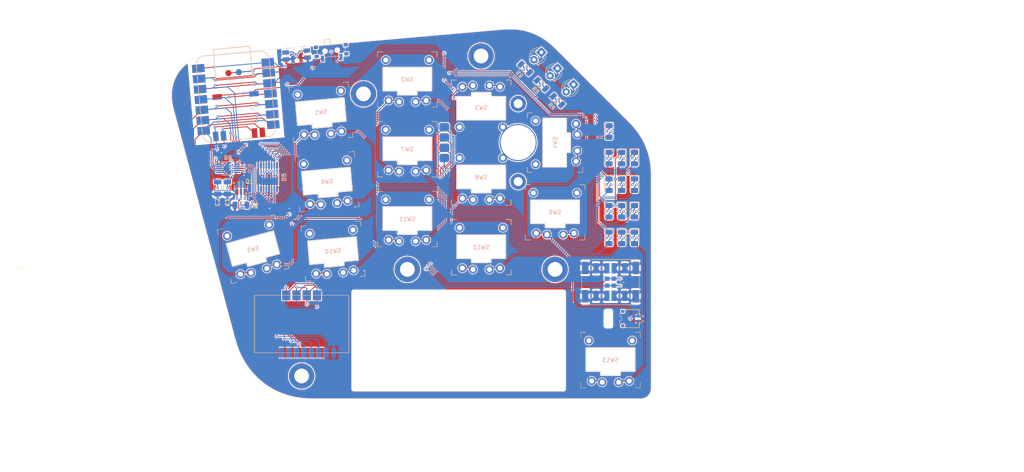
<source format=kicad_pcb>
(kicad_pcb (version 20240108) (generator "pcbnew") (generator_version "8.0")
  (layers (0 "F.Cu" signal) (31 "B.Cu" signal) (34 "B.Paste" user) (35 "F.Paste" user) (36 "B.SilkS" user "B.Silkscreen") (37 "F.SilkS" user "F.Silkscreen") (38 "B.Mask" user) (39 "F.Mask" user) (44 "Edge.Cuts" user))
  (net 0 "")
  (net 1 "Net-(D1-A)")
  (net 2 "Net-(D2-A)")
  (net 3 "Net-(D3-A)")
  (net 4 "Net-(D4-A)")
  (net 5 "ROW1")
  (net 6 "Net-(D6-A)")
  (net 7 "Net-(D7-A)")
  (net 8 "Net-(D8-A)")
  (net 9 "Net-(D9-A)")
  (net 10 "Net-(D10-A)")
  (net 11 "Net-(D11-A)")
  (net 12 "Net-(D12-A)")
  (net 13 "Net-(D13-A)")
  (net 14 "GND")
  (net 15 "RESET")
  (net 16 "Net-(J2-Pin_2)")
  (net 17 "Net-(J2-Pin_1)")
  (net 18 "VBAT")
  (net 19 "ROW0")
  (net 20 "+3.3V_TP")
  (net 21 "Net-(U4-REG)")
  (net 22 "POWER_CUTOFF")
  (net 23 "COL1")
  (net 24 "COL2")
  (net 25 "COL3")
  (net 26 "COL4")
  (net 27 "COL0")
  (net 28 "+3.3V")
  (net 29 "SCL")
  (net 30 "SDA")
  (net 31 "TP_DATA")
  (net 32 "TP_CLK")
  (net 33 "MOSI")
  (net 34 "SCK")
  (net 35 "IO_CS")
  (net 36 "TP_RST")
  (net 37 "ROW2")
  (net 38 "Net-(D5-A)")
  (net 39 "Net-(D14-K)")
  (net 40 "Net-(D15-K)")
  (net 41 "Net-(D16-K)")
  (net 42 "LED1")
  (net 43 "LED2")
  (net 44 "LED3")
  (net 45 "+BATT")
  (net 54 "TP_VCC")
  (net 55 "TP_GND")
  (net 56 "TP_Y")
  (net 57 "TP_X")
  (footprint "pipra:SW_Choc_Mini_reversible_1u" (layer "F.Cu") (at 239.566413 116.682227)
    (property "Reference" "SW9" (hide yes))
    (property "Value" "SW_Push_45deg" (hide yes))
    (fp_line (start -5.9 -2.95) (end -5.9 2.7) (stroke (width 0.12)) (layer "Edge.Cuts"))
    (fp_line (start -5.9 2.7) (end -2.35 2.7) (stroke (width 0.12)) (layer "Edge.Cuts"))
    (fp_line (start -2.35 3.7) (end -2.35 2.7) (stroke (width 0.12)) (layer "Edge.Cuts"))
    (fp_line (start 2.35 2.7) (end 2.35 3.7) (stroke (width 0.12)) (layer "Edge.Cuts"))
    (fp_line (start 2.35 3.7) (end -2.35 3.7) (stroke (width 0.12)) (layer "Edge.Cuts"))
    (fp_line (start 5.9 -2.95) (end -5.9 -2.95) (stroke (width 0.12)) (layer "Edge.Cuts"))
    (fp_line (start 5.9 2.7) (end 2.35 2.7) (stroke (width 0.12)) (layer "Edge.Cuts"))
    (fp_line (start 5.9 2.7) (end 5.9 -2.95) (stroke (width 0.12)) (layer "Edge.Cuts"))
  )
  (footprint "pipra:D_1206_3216Metric_reversible" (layer "F.Cu") (at 252.706432 109.943217 -90)
    (property "Reference" "D2" (hide yes))
    (property "Value" "D_Small" (hide yes))
  )
  (footprint "pipra:D_1206_3216Metric_reversible" (layer "F.Cu") (at 255.816416 116.421209 -90)
    (property "Reference" "D5" (hide yes))
    (property "Value" "D_Small" (hide yes))
  )
  (footprint "pipra:D_1206_3216Metric_reversible" (layer "F.Cu") (at 258.926419 122.899214 -90)
    (property "Reference" "D13" (hide yes))
    (property "Value" "D_Small" (hide yes))
  )
  (footprint "pipra:D_1206_3216Metric_reversible" (layer "F.Cu") (at 252.706421 103.465201 -90)
    (property "Reference" "D9" (hide yes))
    (property "Value" "D_Small" (hide yes))
  )
  (footprint "pipra:SOT-23_reversible" (layer "F.Cu") (at 163.012093 110.741053 90)
    (property "Reference" "Q1")
    (property "Value" "AO3401A" (hide yes))
  )
  (footprint "pipra:R_1206_3216Metric_reversible" (layer "F.Cu") (at 240.147718 89.449792 -45)
    (property "Reference" "R4")
    (property "Value" "220" (hide yes))
  )
  (footprint "pipra:ELV1411A_reversible" (layer "F.Cu") (at 253.066418 133.682204 180)
    (property "Reference" "J2" (hide yes))
    (property "Value" "Conn_01x03_Pin" (hide yes))
  )
  (footprint "pipra:SW_Choc_Mini_reversible_1u" (layer "F.Cu") (at 239.566415 99.682218 90)
    (property "Reference" "SW4" (hide yes))
    (property "Value" "SW_Push_45deg" (hide yes))
    (fp_line (start 5.9 -2.95) (end -5.9 -2.95) (stroke (width 0.12)) (layer "Edge.Cuts"))
    (fp_line (start -5.9 -2.95) (end -5.9 2.7) (stroke (width 0.12)) (layer "Edge.Cuts"))
    (fp_line (start 5.9 2.7) (end 5.9 -2.95) (stroke (width 0.12)) (layer "Edge.Cuts"))
    (fp_line (start 5.9 2.7) (end 2.35 2.7) (stroke (width 0.12)) (layer "Edge.Cuts"))
    (fp_line (start 2.35 2.7) (end 2.35 3.7) (stroke (width 0.12)) (layer "Edge.Cuts"))
    (fp_line (start -5.9 2.7) (end -2.35 2.7) (stroke (width 0.12)) (layer "Edge.Cuts"))
    (fp_line (start 2.35 3.7) (end -2.35 3.7) (stroke (width 0.12)) (layer "Edge.Cuts"))
    (fp_line (start -2.35 3.7) (end -2.35 2.7) (stroke (width 0.12)) (layer "Edge.Cuts"))
  )
  (footprint "pipra:C_1206_3216Metric_reversible" (layer "F.Cu") (at 159.712088 110.74105 -90)
    (property "Reference" "C1")
    (property "Value" "1uF" (hide yes))
  )
  (footprint "pipra:R_1206_3216Metric_reversible" (layer "F.Cu") (at 163.012094 114.941054)
    (property "Reference" "R1")
    (property "Value" "2M" (hide yes))
  )
  (footprint "pipra:D_1206_3216Metric_reversible" (layer "F.Cu") (at 258.926423 103.465216 -90)
    (property "Reference" "D3" (hide yes))
    (property "Value" "D_Small" (hide yes))
  )
  (footprint "pipra:R_1206_3216Metric_reversible" (layer "F.Cu") (at 232.298841 81.600908 -45)
    (property "Reference" "R2")
    (property "Value" "220" (hide yes))
  )
  (footprint "pipra:TP_Sensor_Connector_reversible" (layer "F.Cu") (at 212.566431 99.682203 90)
    (property "Reference" "U2" (hide yes))
    (property "Value" "SK8707-01-SENSOR" (hide yes))
  )
  (footprint "pipra:SW_Choc_Mini_reversible_1u" (layer "F.Cu") (at 221.566415 108.182206)
    (property "Reference" "SW8" (hide yes))
    (property "Value" "SW_Push_45deg" (hide yes))
    (fp_line (start -5.9 -2.95) (end -5.9 2.7) (stroke (width 0.12)) (layer "Edge.Cuts"))
    (fp_line (start -5.9 2.7) (end -2.35 2.7) (stroke (width 0.12)) (layer "Edge.Cuts"))
    (fp_line (start -2.35 3.7) (end -2.35 2.7) (stroke (width 0.12)) (layer "Edge.Cuts"))
    (fp_line (start 2.35 2.7) (end 2.35 3.7) (stroke (width 0.12)) (layer "Edge.Cuts"))
    (fp_line (start 2.35 3.7) (end -2.35 3.7) (stroke (width 0.12)) (layer "Edge.Cuts"))
    (fp_line (start 5.9 -2.95) (end -5.9 -2.95) (stroke (width 0.12)) (layer "Edge.Cuts"))
    (fp_line (start 5.9 2.7) (end 2.35 2.7) (stroke (width 0.12)) (layer "Edge.Cuts"))
    (fp_line (start 5.9 2.7) (end 5.9 -2.95) (stroke (width 0.12)) (layer "Edge.Cuts"))
  )
  (footprint "pipra:D_1206_3216Metric_reversible" (layer "F.Cu") (at 252.706417 122.89921 -90)
    (property "Reference" "D11" (hide yes))
    (property "Value" "D_Small" (hide yes))
  )
  (footprint "pipra:TP_Sprintek_SK8707-01_reversible" (layer "F.Cu") (at 177.800228 143.899085)
    (property "Reference" "U3" (hide yes))
    (property "Value" "SK8707-01" (hide yes))
  )
  (footprint "pipra:D_1206_3216Metric_reversible" (layer "F.Cu") (at 255.816419 103.465211 -90)
    (property "Reference" "D8" (hide yes))
    (property "Value" "D_Small" (hide yes))
  )
  (footprint "pipra:Molex_Pico-EZmate_78171-0002_1x02-1MP_P1.20mm_Vertical_reversible" (layer "F.Cu") (at 257.941418 142.582204 -90)
    (property "Reference" "J1" (hide yes))
    (property "Value" "Conn_01x02_Socket" (hide yes))
  )
  (footprint "pipra:TP_Lenovo_T460S_Sensor" (layer "F.Cu") (at 230.566423 99.682207 180)
    (property "Reference" "H1" (hide yes))
    (property "Value" "T460S" (hide yes))
  )
  (footprint "pipra:D_1206_3216Metric_reversible" (layer "F.Cu") (at 252.706429 96.987216 -90)
    (property "Reference" "D4" (hide yes))
    (property "Value" "D_Small" (hide yes))
  )
  (footprint "pipra:SW_Choc_Mini_reversible_1u" (layer "F.Cu") (at 203.566416 101.312211)
    (property "Reference" "SW7" (hide yes))
    (property "Value" "SW_Push_45deg" (hide yes))
    (fp_line (start -5.9 -2.95) (end -5.9 2.7) (stroke (width 0.12)) (layer "Edge.Cuts"))
    (fp_line (start -5.9 2.7) (end -2.35 2.7) (stroke (width 0.12)) (layer "Edge.Cuts"))
    (fp_line (start -2.35 3.7) (end -2.35 2.7) (stroke (width 0.12)) (layer "Edge.Cuts"))
    (fp_line (start 2.35 2.7) (end 2.35 3.7) (stroke (width 0.12)) (layer "Edge.Cuts"))
    (fp_line (start 2.35 3.7) (end -2.35 3.7) (stroke (width 0.12)) (layer "Edge.Cuts"))
    (fp_line (start 5.9 -2.95) (end -5.9 -2.95) (stroke (width 0.12)) (layer "Edge.Cuts"))
    (fp_line (start 5.9 2.7) (end 2.35 2.7) (stroke (width 0.12)) (layer "Edge.Cuts"))
    (fp_line (start 5.9 2.7) (end 5.9 -2.95) (stroke (width 0.12)) (layer "Edge.Cuts"))
  )
  (footprint "pipra:SW_Choc_Mini_reversible_1u" (layer "F.Cu") (at 183.973347 109.197112 5)
    (property "Reference" "SW6" (hide yes))
    (property "Value" "SW_Push_45deg" (hide yes))
    (fp_line (start -5.9 -2.95) (end -5.9 2.7) (stroke (width 0.12)) (layer "Edge.Cuts"))
    (fp_line (start -5.9 2.7) (end -2.35 2.7) (stroke (width 0.12)) (layer "Edge.Cuts"))
    (fp_line (start -2.35 3.7) (end -2.35 2.7) (stroke (width 0.12)) (layer "Edge.Cuts"))
    (fp_line (start 2.35 2.7) (end 2.35 3.7) (stroke (width 0.12)) (layer "Edge.Cuts"))
    (fp_line (start 2.35 3.7) (end -2.35 3.7) (stroke (width 0.12)) (layer "Edge.Cuts"))
    (fp_line (start 5.9 -2.95) (end -5.9 -2.95) (stroke (width 0.12)) (layer "Edge.Cuts"))
    (fp_line (start 5.9 2.7) (end 2.35 2.7) (stroke (width 0.12)) (layer "Edge.Cuts"))
    (fp_line (start 5.9 2.7) (end 5.9 -2.95) (stroke (width 0.12)) (layer "Edge.Cuts"))
  )
  (footprint "pipra:SW_Choc_Mini_reversible_1u" (layer "F.Cu") (at 221.566414 125.187221)
    (property "Reference" "SW12" (hide yes))
    (property "Value" "SW_Push_45deg" (hide yes))
    (fp_line (start -5.9 -2.95) (end -5.9 2.7) (stroke (width 0.12)) (layer "Edge.Cuts"))
    (fp_line (start -5.9 2.7) (end -2.35 2.7) (stroke (width 0.12)) (layer "Edge.Cuts"))
    (fp_line (start -2.35 3.7) (end -2.35 2.7) (stroke (width 0.12)) (layer "Edge.Cuts"))
    (fp_line (start 2.35 2.7) (end 2.35 3.7) (stroke (width 0.12)) (layer "Edge.Cuts"))
    (fp_line (start 2.35 3.7) (end -2.35 3.7) (stroke (width 0.12)) (layer "Edge.Cuts"))
    (fp_line (start 5.9 -2.95) (end -5.9 -2.95) (stroke (width 0.12)) (layer "Edge.Cuts"))
    (fp_line (start 5.9 2.7) (end 2.35 2.7) (stroke (width 0.12)) (layer "Edge.Cuts"))
    (fp_line (start 5.9 2.7) (end 5.9 -2.95) (stroke (width 0.12)) (layer "Edge.Cuts"))
  )
  (footprint "pipra:SW_Choc_Mini_reversible_1u" (layer "F.Cu") (at 185.455427 126.13733 5)
    (property "Reference" "SW10" (hide yes))
    (property "Value" "SW_Push_45deg" (hide yes))
    (fp_line (start -5.9 -2.95) (end -5.9 2.7) (stroke (width 0.12)) (layer "Edge.Cuts"))
    (fp_line (start -5.9 2.7) (end -2.35 2.7) (stroke (width 0.12)) (layer "Edge.Cuts"))
    (fp_line (start -2.35 3.7) (end -2.35 2.7) (stroke (width 0.12)) (layer "Edge.Cuts"))
    (fp_line (start 2.35 2.7) (end 2.35 3.7) (stroke (width 0.12)) (layer "Edge.Cuts"))
    (fp_line (start 2.35 3.7) (end -2.35 3.7) (stroke (width 0.12)) (layer "Edge.Cuts"))
    (fp_line (start 5.9 -2.95) (end -5.9 -2.95) (stroke (width 0.12)) (layer "Edge.Cuts"))
    (fp_line (start 5.9 2.7) (end 2.35 2.7) (stroke (width 0.12)) (layer "Edge.Cuts"))
    (fp_line (start 5.9 2.7) (end 5.9 -2.95) (stroke (width 0.12)) (layer "Edge.Cuts"))
  )
  (footprint "LED_THT:LED_D3.0mm" (layer "F.Cu") (at 240.140642 81.607994 -135)
    (property "Reference" "D15" (hide yes))
    (property "Value" "Y" (hide yes))
  )
  (footprint "pipra:SW_Choc_Mini_reversible_1u" (layer "F.Cu") (at 203.566414 118.312213)
    (property "Reference" "SW11" (hide yes))
    (property "Value" "SW_Push_45deg" (hide yes))
    (fp_line (start -5.9 -2.95) (end -5.9 2.7) (stroke (width 0.12)) (layer "Edge.Cuts"))
    (fp_line (start -5.9 2.7) (end -2.35 2.7) (stroke (width 0.12)) (layer "Edge.Cuts"))
    (fp_line (start -2.35 3.7) (end -2.35 2.7) (stroke (width 0.12)) (layer "Edge.Cuts"))
    (fp_line (start 2.35 2.7) (end 2.35 3.7) (stroke (width 0.12)) (layer "Edge.Cuts"))
    (fp_line (start 2.35 3.7) (end -2.35 3.7) (stroke (width 0.12)) (layer "Edge.Cuts"))
    (fp_line (start 5.9 -2.95) (end -5.9 -2.95) (stroke (width 0.12)) (layer "Edge.Cuts"))
    (fp_line (start 5.9 2.7) (end 2.35 2.7) (stroke (width 0.12)) (layer "Edge.Cuts"))
    (fp_line (start 5.9 2.7) (end 5.9 -2.95) (stroke (width 0.12)) (layer "Edge.Cuts"))
  )
  (footprint "LED_THT:LED_D3.0mm" (layer "F.Cu") (at 236.216203 77.683543 -135)
    (property "Reference" "D14" (hide yes))
    (property "Value" "R" (hide yes))
  )
  (footprint "pipra:MountingHole_20" (layer "F.Cu") (at 177.800228 156.562212)
    (property "Reference" "H3" (hide yes))
    (property "Value" "MountingHole" (hide yes))
  )
  (footprint "pipra:D_1206_3216Metric_reversible" (layer "F.Cu") (at 255.816426 109.94321 -90)
    (property "Reference" "D7" (hide yes))
    (property "Value" "D_Small" (hide yes))
  )
  (footprint "pipra:MountingHole_20" (layer "F.Cu") (at 192.866414 87.812211)
    (property "Reference" "H4" (hide yes))
    (property "Value" "MountingHole" (hide yes))
  )
  (footprint "pipra:D_1206_3216Metric_reversible" (layer "F.Cu") (at 252.706413 116.421213 -90)
    (property "Reference" "D6" (hide yes))
    (property "Value" "D_Small" (hide yes))
  )
  (footprint "pipra:C_1206_3216Metric_reversible" (layer "F.Cu") (at 157.312088 110.74105 -90)
    (property "Reference" "C2")
    (property "Value" "1uF" (hide yes))
  )
  (footprint "pipra:SW_Choc_Mini_reversible_1u" (layer "F.Cu") (at 221.566419 91.182197 180)
    (property "Reference" "SW3" (hide yes))
    (property "Value" "SW_Push_45deg" (hide yes))
    (fp_line (start 5.9 2.7) (end 5.9 -2.95) (stroke (width 0.12)) (layer "Edge.Cuts"))
    (fp_line (start 5.9 2.7) (end 2.35 2.7) (stroke (width 0.12)) (layer "Edge.Cuts"))
    (fp_line (start 5.9 -2.95) (end -5.9 -2.95) (stroke (width 0.12)) (layer "Edge.Cuts"))
    (fp_line (start 2.35 3.7) (end -2.35 3.7) (stroke (width 0.12)) (layer "Edge.Cuts"))
    (fp_line (start 2.35 2.7) (end 2.35 3.7) (stroke (width 0.12)) (layer "Edge.Cuts"))
    (fp_line (start -2.35 3.7) (end -2.35 2.7) (stroke (width 0.12)) (layer "Edge.Cuts"))
    (fp_line (start -5.9 2.7) (end -2.35 2.7) (stroke (width 0.12)) (layer "Edge.Cuts"))
    (fp_line (start -5.9 -2.95) (end -5.9 2.7) (stroke (width 0.12)) (layer "Edge.Cuts"))
  )
  (footprint "pipra:MountingHole_20" (layer "F.Cu") (at 239.566413 130.582205)
    (property "Reference" "H5" (hide yes))
    (property "Value" "MountingHole" (hide yes))
  )
  (footprint "pipra:TSSOP-16_4.4x5mm_P0.65mm_reversible" (layer "F.Cu") (at 169.506516 108.111661 -90)
    (property "Reference" "U5")
    (property "Value" "74HC595" (hide yes))
  )
  (footprint "pipra:BottomPlate" (layer "F.Cu") (at 109.366414 130.882205)
    (property "Reference" "H7")
    (property "Value" "Bottom Plate")
  )
  (footprint "pipra:Panasonic_EVQPUL_EVQPUC_reversible" (layer "F.Cu") (at 176.550464 78.342372 5)
    (property "Reference" "SW15" (hide yes))
    (property "Value" "SW_Push" (hide yes))
  )
  (footprint "pipra:SW_Choc_Mini_reversible_1u" (layer "F.Cu") (at 165.980417 125.643519 15)
    (property "Reference" "SW5" (hide yes))
    (property "Value" "SW_Push_45deg" (hide yes))
    (fp_line (start -5.9 -2.95) (end -5.9 2.7) (stroke (width 0.12)) (layer "Edge.Cuts"))
    (fp_line (start -5.9 2.7) (end -2.35 2.7) (stroke (width 0.12)) (layer "Edge.Cuts"))
    (fp_line (start -2.35 3.7) (end -2.35 2.7) (stroke (width 0.12)) (layer "Edge.Cuts"))
    (fp_line (start 2.35 2.7) (end 2.35 3.7) (stroke (width 0.12)) (layer "Edge.Cuts"))
    (fp_line (start 2.35 3.7) (end -2.35 3.7) (stroke (width 0.12)) (layer "Edge.Cuts"))
    (fp_line (start 5.899999 -2.950001) (end -5.9 -2.95) (stroke (width 0.12)) (layer "Edge.Cuts"))
    (fp_line (start 5.9 2.7) (end 2.35 2.7) (stroke (width 0.12)) (layer "Edge.Cuts"))
    (fp_line (start 5.9 2.7) (end 5.899999 -2.950001) (stroke (width 0.12)) (layer "Edge.Cuts"))
  )
  (footprint "pipra:D_1206_3216Metric_reversible" (layer "F.Cu") (at 258.926419 116.421203 -90)
    (property "Reference" "D10" (hide yes))
    (property "Value" "D_Small" (hide yes))
  )
  (footprint "pipra:SW_Choc_Mini_reversible_1u" (layer "F.Cu") (at 182.491761 92.261797 5)
    (property "Reference" "SW1" (hide yes))
    (property "Value" "SW_Push_45deg" (hide yes))
    (fp_line (start -5.9 -2.95) (end -5.9 2.7) (stroke (width 0.12)) (layer "Edge.Cuts"))
    (fp_line (start -5.9 2.7) (end -2.35 2.7) (stroke (width 0.12)) (layer "Edge.Cuts"))
    (fp_line (start -2.35 3.7) (end -2.35 2.7) (stroke (width 0.12)) (layer "Edge.Cuts"))
    (fp_line (start 2.35 2.7) (end 2.35 3.7) (stroke (width 0.12)) (layer "Edge.Cuts"))
    (fp_line (start 2.35 3.7) (end -2.35 3.7) (stroke (width 0.12)) (layer "Edge.Cuts"))
    (fp_line (start 5.9 -2.95) (end -5.9 -2.95) (stroke (width 0.12)) (layer "Edge.Cuts"))
    (fp_line (start 5.9 2.7) (end 2.35 2.7) (stroke (width 0.12)) (layer "Edge.Cuts"))
    (fp_line (start 5.9 2.7) (end 5.9 -2.95) (stroke (width 0.12)) (layer "Edge.Cuts"))
  )
  (footprint "pipra:MountingHole_20" (layer "F.Cu") (at 221.518181 78.581573)
    (property "Reference" "H6" (hide yes))
    (property "Value" "MountingHole" (hide yes))
  )
  (footprint "pipra:SW_Choc_Mini_reversible_1u" (layer "F.Cu") (at 203.566438 84.322205)
    (property "Reference" "SW2" (hide yes))
    (property "Value" "SW_Push_45deg" (hide yes))
    (fp_line (start -5.9 -2.95) (end -5.9 2.7) (stroke (width 0.12)) (layer "Edge.Cuts"))
    (fp_line (start -5.9 2.7) (end -2.35 2.7) (stroke (width 0.12)) (layer "Edge.Cuts"))
    (fp_line (start -2.35 3.7) (end -2.35 2.7) (stroke (width 0.12)) (layer "Edge.Cuts"))
    (fp_line (start 2.35 2.7) (end 2.35 3.7) (stroke (width 0.12)) (layer "Edge.Cuts"))
    (fp_line (start 2.35 3.7) (end -2.35 3.7) (stroke (width 0.12)) (layer "Edge.Cuts"))
    (fp_line (start 5.9 -2.95) (end -5.9 -2.95) (stroke (width 0.12)) (layer "Edge.Cuts"))
    (fp_line (start 5.9 2.7) (end 2.35 2.7) (stroke (width 0.12)) (layer "Edge.Cuts"))
    (fp_line (start 5.9 2.7) (end 5.9 -2.95) (stroke (width 0.12)) (layer "Edge.Cuts"))
  )
  (footprint "pipra:SW_SPDT_PCM12_reversible" (layer "F.Cu") (at 185.018119 77.601547 -175)
    (property "Reference" "SW14" (hide yes))
    (property "Value" "SW_SPDT" (hide yes))
  )
  (footprint "pipra:Seed_Studio_XIAO_nRF52840_reversible" (layer "F.Cu") (at 161.741845 88.461828 5)
    (property "Reference" "U1" (hide yes))
    (property "Value" "Seeeduino Xiao nRF52840" (hide yes))
  )
  (footprint "pipra:D_1206_3216Metric_reversible" (layer "F.Cu") (at 258.92641 109.943224 -90)
    (property "Reference" "D1" (hide yes))
    (property "Value" "D_Small" (hide yes))
  )
  (footprint "pipra:VSSOP-10_3x3mm_P0.5mm_reversible" (layer "F.Cu") (at 159.830427 105.953555)
    (property "Reference" "U4")
    (property "Value" "DRV2605LDGS" (hide yes))
  )
  (footprint "pipra:SW_Choc_Mini_reversible_1u" (layer "F.Cu") (at 253.066414 152.682216)
    (property "Reference" "SW13" (hide yes))
    (property "Value" "SW_Push_45deg" (hide yes))
    (fp_line (start -5.9 -2.95) (end -5.9 2.7) (stroke (width 0.12)) (layer "Edge.Cuts"))
    (fp_line (start -5.9 2.7) (end -2.35 2.7) (stroke (width 0.12)) (layer "Edge.Cuts"))
    (fp_line (start -2.35 3.7) (end -2.35 2.7) (stroke (width 0.12)) (layer "Edge.Cuts"))
    (fp_line (start 2.35 2.7) (end 2.35 3.7) (stroke (width 0.12)) (layer "Edge.Cuts"))
    (fp_line (start 2.35 3.7) (end -2.35 3.7) (stroke (width 0.12)) (layer "Edge.Cuts"))
    (fp_line (start 5.9 -2.95) (end -5.9 -2.95) (stroke (width 0.12)) (layer "Edge.Cuts"))
    (fp_line (start 5.9 2.7) (end 2.35 2.7) (stroke (width 0.12)) (layer "Edge.Cuts"))
    (fp_line (start 5.9 2.7) (end 5.9 -2.95) (stroke (width 0.12)) (layer "Edge.Cuts"))
  )
  (footprint "LED_THT:LED_D3.0mm" (layer "F.Cu") (at 244.065086 85.532422 -135)
    (property "Reference" "D16" (hide yes))
    (property "Value" "G" (hide yes))
  )
  (footprint "pipra:D_1206_3216Metric_reversible" (layer "F.Cu") (at 255.816421 122.899201 -90)
    (property "Reference" "D12" (hide yes))
    (property "Value" "D_Small" (hide yes))
  )
  (footprint "pipra:R_1206_3216Metric_reversible" (layer "F.Cu") (at 236.223278 85.525348 -45)
    (property "Reference" "R3")
    (property "Value" "220" (hide yes))
  )
  (footprint "pipra:MountingHole_20" (layer "F.Cu") (at 203.566414 130.582205)
    (property "Reference" "H2" (hide yes))
    (property "Value" "MountingHole" (hide yes))
  )
  (gr_arc (start 190.066414 136.182222) (mid 190.21286 135.828674) (end 190.566413 135.682221) (stroke (width 0.05)) (layer "Edge.Cuts"))
  (gr_curve (pts (xy 226.915374 71.988218) (xy 231.896339 71.552437) (xy 236.154589 73.102308) (xy 239.690116 76.637841)) (stroke (width 0.05)) (layer "Edge.Cuts"))
  (gr_line (start 252.066417 140.328652) (end 253.066418 140.328652) (stroke (width 0.05)) (layer "Edge.Cuts"))
  (gr_line (start 241.566413 135.682222) (end 190.566413 135.682221) (stroke (width 0.05)) (layer "Edge.Cuts"))
  (gr_line (start 263.06641 159.682216) (end 263.06641 107.481915) (stroke (width 0.05)) (layer "Edge.Cuts"))
  (gr_arc (start 241.566413 135.682222) (mid 241.91995 135.828676) (end 242.066412 136.182221) (stroke (width 0.05)) (layer "Edge.Cuts"))
  (gr_line (start 253.566417 140.828652) (end 253.566417 144.328652) (stroke (width 0.05)) (layer "Edge.Cuts"))
  (gr_line (start 252.066416 144.828652) (end 253.066417 144.828652) (stroke (width 0.05)) (layer "Edge.Cuts"))
  (gr_curve (pts (xy 146.447551 91.385355) (xy 144.752524 85.05944) (xy 148.193284 78.8755) (xy 155.664757 78.221842)) (stroke (width 0.05)) (layer "Edge.Cuts"))
  (gr_arc (start 251.566418 140.828651) (mid 251.71287 140.475104) (end 252.066417 140.328652) (stroke (width 0.05)) (layer "Edge.Cuts"))
  (gr_line (start 242.066412 159.682213) (end 242.066412 136.182221) (stroke (width 0.05)) (layer "Edge.Cuts"))
  (gr_arc (start 253.566416 144.328652) (mid 253.419975 144.68221) (end 253.066417 144.828652) (stroke (width 0.05)) (layer "Edge.Cuts"))
  (gr_line (start 190.566413 160.182212) (end 241.566413 160.182212) (stroke (width 0.05)) (layer "Edge.Cuts"))
  (gr_arc (start 252.066416 144.828652) (mid 251.712843 144.682225) (end 251.566417 144.328652) (stroke (width 0.05)) (layer "Edge.Cuts"))
  (gr_line (start 155.664757 78.221842) (end 226.915374 71.988218) (stroke (width 0.05)) (layer "Edge.Cuts"))
  (gr_arc (start 190.566413 160.182212) (mid 190.212848 160.035773) (end 190.066414 159.682212) (stroke (width 0.05)) (layer "Edge.Cuts"))
  (gr_arc (start 242.066412 159.682213) (mid 241.919968 160.035776) (end 241.566413 160.182212) (stroke (width 0.05)) (layer "Edge.Cuts"))
  (gr_line (start 260.566413 162.182217) (end 180.380486 162.182217) (stroke (width 0.05)) (layer "Edge.Cuts"))
  (gr_curve (pts (xy 257.7463 94.695427) (xy 261.281828 98.230979) (xy 263.066411 102.481929) (xy 263.06641 107.481915)) (stroke (width 0.05)) (layer "Edge.Cuts"))
  (gr_arc (start 253.066418 140.328652) (mid 253.419951 140.475119) (end 253.566417 140.828652) (stroke (width 0.05)) (layer "Edge.Cuts"))
  (gr_line (start 251.566418 144.328652) (end 251.566418 140.828651) (stroke (width 0.05)) (layer "Edge.Cuts"))
  (gr_arc (start 263.06641 159.682217) (mid 262.334179 161.449989) (end 260.566413 162.182214) (stroke (width 0.05)) (layer "Edge.Cuts"))
  (gr_curve (pts (xy 180.380485 162.183143) (xy 170.434317 162.244909) (xy 163.717894 155.839116) (xy 161.552033 147.75605)) (stroke (width 0.05)) (layer "Edge.Cuts"))
  (gr_line (start 161.552033 147.75605) (end 146.447551 91.385355) (stroke (width 0.05)) (layer "Edge.Cuts"))
  (gr_line (start 257.7463 94.695427) (end 239.690116 76.637841) (stroke (width 0.05)) (layer "Edge.Cuts"))
  (gr_line (start 190.066414 136.182222) (end 190.066414 159.682212) (stroke (width 0.05)) (layer "Edge.Cuts"))
  (segment (start 258.926407 110.443226) (end 259.426417 109.943222) (width 0.2) (layer "F.Cu") (net 1))
  (segment (start 187.498828 96.943211) (end 185.237463 97.141068) (width 0.2) (layer "F.Cu") (net 1))
  (segment (start 258.926415 111.343208) (end 258.926407 110.443226) (width 0.2) (layer "F.Cu") (net 1))
  (via (at 259.426417 109.943222) (size 0.6) (drill 0.3) (layers "F.Cu" "B.Cu") (net 1))
  (segment (start 247.939139 125.037201) (end 232.232101 125.037202) (width 0.2) (layer "B.Cu") (net 1))
  (segment (start 191.687432 96.943224) (end 187.498829 96.943208) (width 0.2) (layer "B.Cu") (net 1))
  (segment (start 249.81642 123.159921) (end 247.939139 125.037201) (width 0.2) (layer "B.Cu") (net 1))
  (segment (start 258.926412 111.343209) (end 256.932407 113.337212) (width 0.2) (layer "B.Cu") (net 1))
  (segment (start 258.926423 110.443208) (end 258.926412 111.343209) (width 0.2) (layer "B.Cu") (net 1))
  (segment (start 228.251939 116.809974) (end 216.38896 116.809983) (width 0.2) (layer "B.Cu") (net 1))
  (segment (start 230.379514 123.184616) (end 230.37951 118.937554) (width 0.2) (layer "B.Cu") (net 1))
  (segment (start 230.37951 118.937554) (end 228.251939 116.809974) (width 0.2) (layer "B.Cu") (net 1))
  (segment (start 209.5162 109.93721) (end 196.316426 109.937204) (width 0.2) (layer "B.Cu") (net 1))
  (segment (start 195.216421 108.837211) (end 195.21643 100.472203) (width 0.2) (layer "B.Cu") (net 1))
  (segment (start 232.232101 125.037202) (end 230.379514 123.184616) (width 0.2) (layer "B.Cu") (net 1))
  (segment (start 259.426417 109.943222) (end 258.926423 110.443208) (width 0.2) (layer "B.Cu") (net 1))
  (segment (start 249.816416 115.364588) (end 249.816417 123.159916) (width 0.2) (layer "B.Cu") (net 1))
  (segment (start 251.843791 113.337209) (end 249.816416 115.364588) (width 0.2) (layer "B.Cu") (net 1))
  (segment (start 249.816417 123.159916) (end 249.81642 123.159921) (width 0.2) (layer "B.Cu") (net 1))
  (segment (start 216.38896 116.809983) (end 209.5162 109.93721) (width 0.2) (layer "B.Cu") (net 1))
  (segment (start 256.932407 113.337212) (end 251.843791 113.337209) (width 0.2) (layer "B.Cu") (net 1))
  (segment (start 195.21643 100.472203) (end 191.687432 96.943224) (width 0.2) (layer "B.Cu") (net 1))
  (segment (start 196.316426 109.937204) (end 195.216421 108.837211) (width 0.2) (layer "B.Cu") (net 1))
  (segment (start 252.706428 111.343218) (end 252.706416 110.44321) (width 0.2) (layer "F.Cu") (net 2))
  (segment (start 252.706416 110.44321) (end 253.206406 109.943214) (width 0.2) (layer "F.Cu") (net 2))
  (segment (start 208.146424 89.422213) (end 205.876424 89.422201) (width 0.2) (layer "F.Cu") (net 2))
  (via (at 253.206406 109.943214) (size 0.6) (drill 0.3) (layers "F.Cu" "B.Cu") (net 2))
  (segment (start 216.720339 116.009975) (end 214.130424 113.420069) (width 0.2) (layer "B.Cu") (net 2))
  (segment (start 214.130421 92.251206) (end 211.301416 89.422201) (width 0.2) (layer "B.Cu") (net 2))
  (segment (start 211.301416 89.422201) (end 208.146432 89.422204) (width 0.2) (layer "B.Cu") (net 2))
  (segment (start 228.583307 116.009984) (end 216.720339 116.009975) (width 0.2) (layer "B.Cu") (net 2))
  (segment (start 232.563482 124.237212) (end 231.179519 122.853249) (width 0.2) (layer "B.Cu") (net 2))
  (segment (start 252.706418 110.443211) (end 252.706414 111.343211) (width 0.2) (layer "B.Cu") (net 2))
  (segment (start 253.206406 109.943214) (end 252.706418 110.443211) (width 0.2) (layer "B.Cu") (net 2))
  (segment (start 252.706414 111.343211) (end 249.016417 115.033222) (width 0.2) (layer "B.Cu") (net 2))
  (segment (start 249.016417 115.033222) (end 249.016419 122.828544) (width 0.2) (layer "B.Cu") (net 2))
  (segment (start 214.130424 113.420069) (end 214.130421 92.251206) (width 0.2) (layer "B.Cu") (net 2))
  (segment (start 247.607766 124.237217) (end 232.563482 124.237212) (width 0.2) (layer "B.Cu") (net 2))
  (segment (start 249.016419 122.828544) (end 247.607766 124.237217) (width 0.2) (layer "B.Cu") (net 2))
  (segment (start 231.179519 122.853249) (end 231.17951 118.606204) (width 0.2) (layer "B.Cu") (net 2))
  (segment (start 231.17951 118.606204) (end 228.583307 116.009984) (width 0.2) (layer "B.Cu") (net 2))
  (segment (start 258.926422 103.965205) (end 259.426417 103.465213) (width 0.2) (layer "F.Cu") (net 3))
  (segment (start 219.566432 85.772207) (end 217.296425 85.772196) (width 0.2) (layer "F.Cu") (net 3))
  (segment (start 258.926416 104.865211) (end 258.926422 103.965205) (width 0.2) (layer "F.Cu") (net 3))
  (via (at 259.426417 103.465213) (size 0.6) (drill 0.3) (layers "F.Cu" "B.Cu") (net 3))
  (segment (start 214.130421 89.177823) (end 214.530427 89.577827) (width 0.2) (layer "B.Cu") (net 3))
  (segment (start 252.393147 106.771207) (end 256.848661 106.771209) (width 0.2) (layer "B.Cu") (net 3))
  (segment (start 231.57952 118.440499) (end 231.579512 122.68756) (width 0.2) (layer "B.Cu") (net 3))
  (segment (start 258.926416 104.865211) (end 258.926422 103.965205) (width 0.2) (layer "B.Cu") (net 3))
  (segment (start 214.130425 88.553555) (end 214.130421 89.177823) (width 0.2) (layer "B.Cu") (net 3))
  (segment (start 256.848661 106.771209) (end 258.754659 104.865222) (width 0.2) (layer "B.Cu") (net 3))
  (segment (start 248.616417 110.54794) (end 252.393147 106.771207) (width 0.2) (layer "B.Cu") (net 3))
  (segment (start 232.729164 123.837201) (end 247.442068 123.837206) (width 0.2) (layer "B.Cu") (net 3))
  (segment (start 248.616424 122.662867) (end 248.616417 110.54794) (width 0.2) (layer "B.Cu") (net 3))
  (segment (start 247.442068 123.837206) (end 248.616424 122.662867) (width 0.2) (layer "B.Cu") (net 3))
  (segment (start 214.530427 89.577827) (end 214.530422 113.25438) (width 0.2) (layer "B.Cu") (net 3))
  (segment (start 214.530422 113.25438) (end 214.730011 113.453968) (width 0.2) (layer "B.Cu") (net 3))
  (segment (start 231.579512 122.68756) (end 232.729164 123.837201) (width 0.2) (layer "B.Cu") (net 3))
  (segment (start 228.748992 115.609971) (end 231.57952 118.440499) (width 0.2) (layer "B.Cu") (net 3))
  (segment (start 216.886027 115.609986) (end 228.748992 115.609971) (width 0.2) (layer "B.Cu") (net 3))
  (segment (start 216.601772 86.082211) (end 214.130425 88.553555) (width 0.2) (layer "B.Cu") (net 3))
  (segment (start 214.976414 113.700373) (end 216.886027 115.609986) (width 0.2) (layer "B.Cu") (net 3))
  (segment (start 258.926422 103.965205) (end 259.426417 103.465213) (width 0.2) (layer "B.Cu") (net 3))
  (segment (start 214.716419 113.440379) (end 215.389835 114.113797) (width 0.2) (layer "B.Cu") (net 3))
  (segment (start 244.976423 97.682219) (end 244.976412 95.412214) (width 0.2) (layer "F.Cu") (net 4))
  (segment (start 253.206414 96.987226) (end 252.706417 97.487207) (width 0.2) (layer "F.Cu") (net 4))
  (segment (start 252.706417 97.487207) (end 252.70642 98.387218) (width 0.2) (layer "F.Cu") (net 4))
  (via (at 253.206414 96.987226) (size 0.6) (drill 0.3) (layers "F.Cu" "B.Cu") (net 4))
  (segment (start 252.70642 98.387218) (end 245.681413 98.387215) (width 0.2) (layer "B.Cu") (net 4))
  (segment (start 252.706417 97.487207) (end 253.206414 96.987226) (width 0.2) (layer "B.Cu") (net 4))
  (segment (start 245.681413 98.387215) (end 244.976421 97.682215) (width 0.2) (layer "B.Cu") (net 4))
  (segment (start 252.70642 98.387218) (end 252.706417 97.487207) (width 0.2) (layer "B.Cu") (net 4))
  (segment (start 255.81642 115.921215) (end 255.316407 116.421213) (width 0.2) (layer "F.Cu") (net 5))
  (segment (start 250.404565 94.909208) (end 250.404567 112.719368) (width 0.2) (layer "F.Cu") (net 5))
  (segment (start 252.706408 115.921227) (end 252.206421 116.421212) (width 0.2) (layer "F.Cu") (net 5))
  (segment (start 254.261417 103.620218) (end 255.816419 102.065203) (width 0.2) (layer "F.Cu") (net 5))
  (segment (start 165.848205 83.312286) (end 166.039505 83.084301) (width 0.2) (layer "F.Cu") (net 5))
  (segment (start 249.453093 93.957739) (end 250.404565 94.909208) (width 0.2) (layer "F.Cu") (net 5))
  (segment (start 249.404567 93.957738) (end 249.453093 93.957739) (width 0.2) (layer "F.Cu") (net 5))
  (segment (start 252.706423 102.965212) (end 252.206429 103.465209) (width 0.2) (layer "F.Cu") (net 5))
  (segment (start 254.261426 108.54321) (end 254.261422 115.021211) (width 0.2) (layer "F.Cu") (net 5))
  (segment (start 250.404567 112.719368) (end 252.706413 115.021213) (width 0.2) (layer "F.Cu") (net 5))
  (segment (start 252.706414 115.021212) (end 252.706408 115.921227) (width 0.2) (layer "F.Cu") (net 5))
  (segment (start 255.816421 115.021216) (end 255.81642 115.921215) (width 0.2) (layer "F.Cu") (net 5))
  (segment (start 254.261427 108.543206) (end 254.26143 108.543203) (width 0.2) (layer "F.Cu") (net 5))
  (segment (start 255.816419 102.065203) (end 255.816426 102.965209) (width 0.2) (layer "F.Cu") (net 5))
  (segment (start 252.706418 102.065209) (end 252.706423 102.965212) (width 0.2) (layer "F.Cu") (net 5))
  (segment (start 254.26143 108.543203) (end 254.261417 103.620218) (width 0.2) (layer "F.Cu") (net 5))
  (segment (start 255.816422 108.543198) (end 255.816422 109.443211) (width 0.2) (layer "F.Cu") (net 5))
  (segment (start 157.042318 84.0827) (end 165.848205 83.312286) (width 0.2) (layer "F.Cu") (net 5))
  (segment (start 255.816426 102.965209) (end 255.316421 103.465201) (width 0.2) (layer "F.Cu") (net 5))
  (segment (start 152.831441 84.141986) (end 156.708707 83.802769) (width 0.2) (layer "F.Cu") (net 5))
  (segment (start 254.261427 108.543206) (end 254.261426 108.54321) (width 0.2) (layer "F.Cu") (net 5))
  (segment (start 156.708707 83.802769) (end 157.042318 84.0827) (width 0.2) (layer "F.Cu") (net 5))
  (segment (start 255.816422 109.443211) (end 255.31642 109.943205) (width 0.2) (layer "F.Cu") (net 5))
  (via (at 252.206421 116.421212) (size 0.6) (drill 0.3) (layers "F.Cu" "B.Cu") (net 5))
  (via (at 255.31642 109.943205) (size 0.6) (drill 0.3) (layers "F.Cu" "B.Cu") (net 5))
  (via (at 252.206429 103.465209) (size 0.6) (drill 0.3) (layers "F.Cu" "B.Cu") (net 5))
  (via (at 255.316421 103.465201) (size 0.6) (drill 0.3) (layers "F.Cu" "B.Cu") (net 5))
  (via (at 249.404567 93.957738) (size 0.6) (drill 0.3) (layers "F.Cu" "B.Cu") (net 5))
  (via (at 166.039505 83.084301) (size 0.6) (drill 0.3) (layers "F.Cu" "B.Cu") (net 5))
  (via (at 254.261427 108.543206) (size 0.6) (drill 0.3) (layers "F.Cu" "B.Cu") (net 5))
  (via (at 254.261422 115.021211) (size 0.6) (drill 0.3) (layers "F.Cu" "B.Cu") (net 5))
  (via (at 255.316407 116.421213) (size 0.6) (drill 0.3) (layers "F.Cu" "B.Cu") (net 5))
  (segment (start 252.206429 103.465209) (end 252.706423 102.965212) (width 0.2) (layer "B.Cu") (net 5))
  (segment (start 228.479432 82.800902) (end 215.610814 82.800906) (width 0.2) (layer "B.Cu") (net 5))
  (segment (start 209.76765 76.957749) (end 197.376315 76.957728) (width 0.2) (layer "B.Cu") (net 5))
  (segment (start 255.816426 102.965209) (end 255.816419 102.065203) (width 0.2) (layer "B.Cu") (net 5))
  (segment (start 252.706418 102.065209) (end 255.81642 102.06521) (width 0.2) (layer "B.Cu") (net 5))
  (segment (start 252.706414 115.021212) (end 254.261422 115.021211) (width 0.2) (layer "B.Cu") (net 5))
  (segment (start 252.706408 115.921227) (end 252.706414 115.021212) (width 0.2) (layer "B.Cu") (net 5))
  (segment (start 255.316421 103.465201) (end 255.816426 102.965209) (width 0.2) (layer "B.Cu") (net 5))
  (segment (start 197.376315 76.957728) (end 189.633149 84.700897) (width 0.2) (layer "B.Cu") (net 5))
  (segment (start 215.610814 82.800906) (end 209.76765 76.957749) (width 0.2) (layer "B.Cu") (net 5))
  (segment (start 252.706423 102.965212) (end 252.706418 102.065209) (width 0.2) (layer "B.Cu") (net 5))
  (segment (start 246.83887 93.957746) (end 245.438883 92.557744) (width 0.2) (layer "B.Cu") (net 5))
  (segment (start 189.633149 84.700897) (end 178.042122 84.700912) (width 0.2) (layer "B.Cu") (net 5))
  (segment (start 254.261427 108.543206) (end 255.816422 108.543198) (width 0.2) (layer "B.Cu") (net 5))
  (segment (start 255.31642 109.943205) (end 255.816422 109.443211) (width 0.2) (layer "B.Cu") (net 5))
  (segment (start 238.236269 92.557737) (end 228.479432 82.800902) (width 0.2) (layer "B.Cu") (net 5))
  (segment (start 255.316407 116.421213) (end 255.81642 115.921215) (width 0.2) (layer "B.Cu") (net 5))
  (segment (start 255.816422 109.443211) (end 255.816422 108.543198) (width 0.2) (layer "B.Cu") (net 5))
  (segment (start 254.261422 115.021211) (end 255.816415 115.021207) (width 0.2) (layer "B.Cu") (net 5))
  (segment (start 245.438883 92.557744) (end 238.236269 92.557737) (width 0.2) (layer "B.Cu") (net 5))
  (segment (start 252.206421 116.421212) (end 252.706408 115.921227) (width 0.2) (layer "B.Cu") (net 5))
  (segment (start 166.039505 83.084301) (end 170.096514 82.72935) (width 0.2) (layer "B.Cu") (net 5))
  (segment (start 255.81642 115.921215) (end 255.816421 115.021216) (width 0.2) (layer "B.Cu") (net 5))
  (segment (start 249.404567 93.957738) (end 246.83887 93.957746) (width 0.2) (layer "B.Cu") (net 5))
  (segment (start 178.042122 84.700912) (end 175.058517 82.197372) (width 0.2) (layer "B.Cu") (net 5))
  (segment (start 170.185148 82.623728) (end 175.058517 82.197372) (width 0.2) (layer "B.Cu") (net 5))
  (segment (start 252.706419 116.921221) (end 253.206413 116.421201) (width 0.2) (layer "F.Cu") (net 6))
  (segment (start 252.706408 117.821223) (end 252.706419 116.921221) (width 0.2) (layer "F.Cu") (net 6))
  (segment (start 188.980413 113.878527) (end 186.719057 114.07638) (width 0.2) (layer "F.Cu") (net 6))
  (via (at 253.206413 116.421201) (size 0.6) (drill 0.3) (layers "F.Cu" "B.Cu") (net 6))
  (segment (start 232.066423 125.437216) (end 229.979522 123.3503) (width 0.2) (layer "B.Cu") (net 6))
  (segment (start 252.706424 116.921211) (end 252.706419 117.821205) (width 0.2) (layer "B.Cu") (net 6))
  (segment (start 252.706408 117.821223) (end 250.216424 120.311203) (width 0.2) (layer "B.Cu") (net 6))
  (segment (start 229.979522 123.3503) (end 229.979515 119.103257) (width 0.2) (layer "B.Cu") (net 6))
  (segment (start 216.104654 117.209984) (end 209.231884 110.337215) (width 0.2) (layer "B.Cu") (net 6))
  (segment (start 228.086253 117.20998) (end 216.104654 117.209984) (width 0.2) (layer "B.Cu") (net 6))
  (segment (start 196.450732 110.337207) (end 192.909413 113.878535) (width 0.2) (layer "B.Cu") (net 6))
  (segment (start 248.104812 125.437211) (end 247.380725 125.437216) (width 0.2) (layer "B.Cu") (net 6))
  (segment (start 253.206413 116.421201) (end 252.706424 116.921211) (width 0.2) (layer "B.Cu") (net 6))
  (segment (start 250.216423 123.325603) (end 248.104812 125.437211) (width 0.2) (layer "B.Cu") (net 6))
  (segment (start 229.979515 119.103257) (end 228.086253 117.20998) (width 0.2) (layer "B.Cu") (net 6))
  (segment (start 192.909413 113.878535) (end 188.980413 113.878529) (width 0.2) (layer "B.Cu") (net 6))
  (segment (start 250.216424 120.311203) (end 250.216423 123.325603) (width 0.2) (layer "B.Cu") (net 6))
  (segment (start 209.231884 110.337215) (end 196.450732 110.337207) (width 0.2) (layer "B.Cu") (net 6))
  (segment (start 247.380725 125.437216) (end 232.066423 125.437216) (width 0.2) (layer "B.Cu") (net 6))
  (segment (start 255.816416 111.343206) (end 255.816411 110.44322) (width 0.2) (layer "F.Cu") (net 7))
  (segment (start 255.816411 110.44322) (end 256.316423 109.943201) (width 0.2) (layer "F.Cu") (net 7))
  (segment (start 208.146416 106.41221) (end 205.876422 106.412203) (width 0.2) (layer "F.Cu") (net 7))
  (via (at 256.316423 109.943201) (size 0.6) (drill 0.3) (layers "F.Cu" "B.Cu") (net 7))
  (segment (start 228.417612 116.409995) (end 216.554651 116.409983) (width 0.2) (layer "B.Cu") (net 7))
  (segment (start 256.316423 109.943201) (end 255.816411 110.44322) (width 0.2) (layer "B.Cu") (net 7))
  (segment (start 230.779514 123.018935) (end 230.779517 118.771867) (width 0.2) (layer "B.Cu") (net 7))
  (segment (start 247.773437 124.637227) (end 232.397793 124.637209) (width 0.2) (layer "B.Cu") (net 7))
  (segment (start 216.554651 116.409983) (end 208.146414 108.001743) (width 0.2) (layer "B.Cu") (net 7))
  (segment (start 255.816411 110.44322) (end 255.816416 111.343206) (width 0.2) (layer "B.Cu") (net 7))
  (segment (start 208.146414 108.001743) (end 208.146428 106.41221) (width 0.2) (layer "B.Cu") (net 7))
  (segment (start 249.416426 122.994229) (end 247.773437 124.637227) (width 0.2) (layer "B.Cu") (net 7))
  (segment (start 255.816416 111.343206) (end 254.222423 112.937205) (width 0.2) (layer "B.Cu") (net 7))
  (segment (start 254.222423 112.937205) (end 251.678108 112.937201) (width 0.2) (layer "B.Cu") (net 7))
  (segment (start 230.779517 118.771867) (end 228.417612 116.409995) (width 0.2) (layer "B.Cu") (net 7))
  (segment (start 232.397793 124.637209) (end 230.779514 123.018935) (width 0.2) (layer "B.Cu") (net 7))
  (segment (start 251.678108 112.937201) (end 249.416423 115.198899) (width 0.2) (layer "B.Cu") (net 7))
  (segment (start 249.416423 115.198899) (end 249.416426 122.994229) (width 0.2) (layer "B.Cu") (net 7))
  (segment (start 255.816418 103.965223) (end 256.31642 103.465203) (width 0.2) (layer "F.Cu") (net 8))
  (segment (start 255.816417 104.865204) (end 255.816418 103.965223) (width 0.2) (layer "F.Cu") (net 8))
  (segment (start 226.146413 113.28222) (end 223.876407 113.282222) (width 0.2) (layer "F.Cu") (net 8))
  (via (at 256.31642 103.465203) (size 0.6) (drill 0.3) (layers "F.Cu" "B.Cu") (net 8))
  (segment (start 256.31642 103.465203) (end 255.816418 103.965223) (width 0.2) (layer "B.Cu") (net 8))
  (segment (start 231.97952 122.521873) (end 231.979522 118.274818) (width 0.2) (layer "B.Cu") (net 8))
  (segment (start 231.979522 118.274818) (end 226.986897 113.28222) (width 0.2) (layer "B.Cu") (net 8))
  (segment (start 255.816417 104.865204) (end 254.310425 106.371208) (width 0.2) (layer "B.Cu") (net 8))
  (segment (start 248.216424 122.017175) (end 248.216425 122.497171) (width 0.2) (layer "B.Cu") (net 8))
  (segment (start 248.216422 110.382248) (end 248.216424 122.017175) (width 0.2) (layer "B.Cu") (net 8))
  (segment (start 248.216425 122.497171) (end 247.276382 123.437214) (width 0.2) (layer "B.Cu") (net 8))
  (segment (start 232.894854 123.43721) (end 231.97952 122.521873) (width 0.2) (layer "B.Cu") (net 8))
  (segment (start 254.310425 106.371208) (end 252.227452 106.371221) (width 0.2) (layer "B.Cu") (net 8))
  (segment (start 255.816418 103.965223) (end 255.816417 104.865204) (width 0.2) (layer "B.Cu") (net 8))
  (segment (start 252.227452 106.371221) (end 248.216422 110.382248) (width 0.2) (layer "B.Cu") (net 8))
  (segment (start 232.894854 123.43721) (end 247.276382 123.437214) (width 0.2) (layer "B.Cu") (net 8))
  (segment (start 252.706431 103.965217) (end 253.206418 103.465215) (width 0.2) (layer "F.Cu") (net 9))
  (segment (start 252.706425 104.865214) (end 252.706431 103.965217) (width 0.2) (layer "F.Cu") (net 9))
  (segment (start 244.14642 121.782198) (end 241.876418 121.782207) (width 0.2) (layer "F.Cu") (net 9))
  (via (at 253.206418 103.465215) (size 0.6) (drill 0.3) (layers "F.Cu" "B.Cu") (net 9))
  (segment (start 252.712087 103.959546) (end 253.206418 103.465215) (width 0.2) (layer "B.Cu") (net 9))
  (segment (start 252.712088 105.320903) (end 252.712087 103.959546) (width 0.2) (layer "B.Cu") (net 9))
  (segment (start 247.816421 122.331481) (end 247.816422 110.216567) (width 0.2) (layer "B.Cu") (net 9))
  (segment (start 247.816422 110.216567) (end 252.712088 105.320903) (width 0.2) (layer "B.Cu") (net 9))
  (segment (start 247.110696 123.037212) (end 247.816421 122.331481) (width 0.2) (layer "B.Cu") (net 9))
  (segment (start 244.14642 121.782199) (end 245.401425 123.037205) (width 0.2) (layer "B.Cu") (net 9))
  (segment (start 245.401425 123.037205) (end 247.110696 123.037212) (width 0.2) (layer "B.Cu") (net 9))
  (segment (start 258.926415 116.921223) (end 259.426418 116.421209) (width 0.2) (layer "F.Cu") (net 10))
  (segment (start 190.462495 130.818741) (end 188.201131 131.016602) (width 0.2) (layer "F.Cu") (net 10))
  (segment (start 258.926412 117.821225) (end 258.926415 116.921223) (width 0.2) (layer "F.Cu") (net 10))
  (via (at 259.426418 116.421209) (size 0.6) (drill 0.3) (layers "F.Cu" "B.Cu") (net 10))
  (segment (start 251.921783 119.737214) (end 251.016427 120.642571) (width 0.2) (layer "B.Cu") (net 10))
  (segment (start 208.900506 111.137208) (end 196.782105 111.137211) (width 0.2) (layer "B.Cu") (net 10))
  (segment (start 251.01642 123.017182) (end 251.016432 123.017177) (width 0.2) (layer "B.Cu") (net 10))
  (segment (start 248.436185 126.237218) (end 231.735047 126.237218) (width 0.2) (layer "B.Cu") (net 10))
  (segment (start 227.754875 118.009982) (end 215.773279 118.009984) (width 0.2) (layer "B.Cu") (net 10))
  (segment (start 229.179509 123.681685) (end 229.179509 119.434634) (width 0.2) (layer "B.Cu") (net 10))
  (segment (start 195.61643 112.302905) (end 195.616422 125.664822) (width 0.2) (layer "B.Cu") (net 10))
  (segment (start 259.426418 116.421209) (end 256.110421 119.737214) (width 0.2) (layer "B.Cu") (net 10))
  (segment (start 215.773279 118.009984) (end 208.900506 111.137208) (width 0.2) (layer "B.Cu") (net 10))
  (segment (start 195.616422 125.664822) (end 190.462492 130.818743) (width 0.2) (layer "B.Cu") (net 10))
  (segment (start 251.016432 123.017177) (end 251.016423 123.65698) (width 0.2) (layer "B.Cu") (net 10))
  (segment (start 256.110421 119.737214) (end 251.921783 119.737214) (width 0.2) (layer "B.Cu") (net 10))
  (segment (start 251.016427 120.642571) (end 251.01642 123.017182) (width 0.2) (layer "B.Cu") (net 10))
  (segment (start 231.735047 126.237218) (end 229.179509 123.681685) (width 0.2) (layer "B.Cu") (net 10))
  (segment (start 229.179509 119.434634) (end 227.754875 118.009982) (width 0.2) (layer "B.Cu") (net 10))
  (segment (start 251.016423 123.65698) (end 248.436185 126.237218) (width 0.2) (layer "B.Cu") (net 10))
  (segment (start 196.782105 111.137211) (end 195.61643 112.302905) (width 0.2) (layer "B.Cu") (net 10))
  (segment (start 252.706423 124.299216) (end 252.706424 123.399219) (width 0.2) (layer "F.Cu") (net 11))
  (segment (start 252.706424 123.399219) (end 253.206425 122.899207) (width 0.2) (layer "F.Cu") (net 11))
  (segment (start 208.146416 123.412209) (end 205.876425 123.412198) (width 0.2) (layer "F.Cu") (net 11))
  (via (at 253.206425 122.899207) (size 0.6) (drill 0.3) (layers "F.Cu" "B.Cu") (net 11))
  (segment (start 250.368411 126.637207) (end 252.706423 124.299216) (width 0.2) (layer "B.Cu") (net 11))
  (segment (start 228.779518 123.847362) (end 231.569363 126.637211) (width 0.2) (layer "B.Cu") (net 11))
  (segment (start 253.206425 122.899207) (end 252.706424 123.399219) (width 0.2) (layer "B.Cu") (net 11))
  (segment (start 213.070872 118.487738) (end 227.666954 118.487748) (width 0.2) (layer "B.Cu") (net 11))
  (segment (start 228.779518 119.600302) (end 228.779518 123.847362) (width 0.2) (layer "B.Cu") (net 11))
  (segment (start 252.706424 123.399219) (end 252.706423 124.299216) (width 0.2) (layer "B.Cu") (net 11))
  (segment (start 227.666954 118.487748) (end 228.779518 119.600302) (width 0.2) (layer "B.Cu") (net 11))
  (segment (start 231.569363 126.637211) (end 250.368411 126.637207) (width 0.2) (layer "B.Cu") (net 11))
  (segment (start 208.146419 123.412202) (end 213.070872 118.487738) (width 0.2) (layer "B.Cu") (net 11))
  (segment (start 255.816423 123.399208) (end 256.316426 122.899218) (width 0.2) (layer "F.Cu") (net 12))
  (segment (start 226.146424 130.287207) (end 223.876413 130.287206) (width 0.2) (layer "F.Cu") (net 12))
  (segment (start 255.81642 124.299204) (end 255.816423 123.399208) (width 0.2) (layer "F.Cu") (net 12))
  (via (at 256.316426 122.899218) (size 0.6) (drill 0.3) (layers "F.Cu" "B.Cu") (net 12))
  (segment (start 253.078419 127.037215) (end 255.81642 124.299204) (width 0.2) (layer "B.Cu") (net 12))
  (segment (start 256.316426 122.899218) (end 255.816423 123.399208) (width 0.2) (layer "B.Cu") (net 12))
  (segment (start 255.816423 123.399208) (end 255.81642 124.299204) (width 0.2) (layer "B.Cu") (net 12))
  (segment (start 229.396426 127.037203) (end 253.078419 127.037215) (width 0.2) (layer "B.Cu") (net 12))
  (segment (start 226.146424 130.287207) (end 229.396426 127.037203) (width 0.2) (layer "B.Cu") (net 12))
  (segment (start 258.926409 124.299224) (end 258.926419 123.39921) (width 0.2) (layer "F.Cu") (net 13))
  (segment (start 257.646413 157.782215) (end 255.376413 157.782216) (width 0.2) (layer "F.Cu") (net 13))
  (segment (start 255.376413 157.782216) (end 255.066413 158.092216) (width 0.2) (layer "F.Cu") (net 13))
  (segment (start 258.926419 123.39921) (end 259.426414 122.899202) (width 0.2) (layer "F.Cu") (net 13))
  (via (at 259.426414 122.899202) (size 0.6) (drill 0.3) (layers "F.Cu" "B.Cu") (net 13))
  (segment (start 261.37335 154.055279) (end 257.646413 157.782215) (width 0.2) (layer "B.Cu") (net 13))
  (segment (start 261.373349 151.682222) (end 261.37335 154.055279) (width 0.2) (layer "B.Cu") (net 13))
  (segment (start 261.373349 151.682222) (end 261.373354 126.649132) (width 0.2) (layer "B.Cu") (net 13))
  (segment (start 258.926419 123.39921) (end 258.926409 124.299224) (width 0.2) (layer "B.Cu") (net 13))
  (segment (start 261.373354 126.649132) (end 259.023423 124.29922) (width 0.2) (layer "B.Cu") (net 13))
  (segment (start 259.426414 122.899202) (end 258.926419 123.39921) (width 0.2) (layer "B.Cu") (net 13))
  (segment (start 166.329894 83.671668) (end 166.973444 82.904715) (width 0.2) (layer "F.Cu") (net 14))
  (segment (start 162.030429 105.953562) (end 164.33043 105.953554) (width 0.2) (layer "F.Cu") (net 14))
  (segment (start 156.630375 84.520283) (end 166.329894 83.671668) (width 0.2) (layer "F.Cu") (net 14))
  (segment (start 160.330422 106.453557) (end 157.630422 106.45356) (width 0.2) (layer "F.Cu") (net 14))
  (segment (start 166.973444 82.904715) (end 170.185151 82.623721) (width 0.2) (layer "F.Cu") (net 14))
  (segment (start 169.831515 107.21166) (end 169.831516 107.211665) (width 0.2) (layer "F.Cu") (net 14))
  (segment (start 160.730425 106.853558) (end 160.330422 106.453557) (width 0.2) (layer "F.Cu") (net 14))
  (segment (start 169.831516 107.211665) (end 169.831516 110.974157) (width 0.2) (layer "F.Cu") (net 14))
  (segment (start 169.766749 82.660336) (end 172.600456 82.412419) (width 0.2) (layer "F.Cu") (net 14))
  (via (at 163.730427 107.669003) (size 0.6) (drill 0.3) (layers "F.Cu" "B.Cu") (net 14))
  (via (at 164.895895 113.300206) (size 0.6) (drill 0.3) (layers "F.Cu" "B.Cu") (net 14))
  (via (at 169.831515 107.21166) (size 0.6) (drill 0.3) (layers "F.Cu" "B.Cu") (net 14))
  (via (at 175.554271 78.429528) (size 0.6) (drill 0.3) (layers "F.Cu" "B.Cu") (net 14))
  (via (at 174.830421 115.700201) (size 0.6) (drill 0.3) (layers "F.Cu" "B.Cu") (net 14))
  (via (at 158.266414 102.112213) (size 0.6) (drill 0.3) (layers "F.Cu" "B.Cu") (net 14))
  (via (at 169.9959 115.700207) (size 0.6) (drill 0.3) (layers "F.Cu" "B.Cu") (net 14))
  (via (at 193.066414 130.88722) (size 0.6) (drill 0.3) (layers "F.Cu" "B.Cu") (net 14))
  (via (at 156.630375 84.520283) (size 0.6) (drill 0.3) (layers "F.Cu" "B.Cu") (net 14))
  (via (at 164.33043 105.953554) (size 0.6) (drill 0.3) (layers "F.Cu" "B.Cu") (net 14))
  (via (at 159.83043 114.95356) (size 0.6) (drill 0.3) (layers "F.Cu" "B.Cu") (net 14))
  (via (at 256.314977 133.71676) (size 0.6) (drill 0.3) (layers "F.Cu" "B.Cu") (net 14))
  (via (at 160.730425 106.853558) (size 0.6) (drill 0.3) (layers "F.Cu" "B.Cu") (net 14))
  (segment (start 156.630375 84.520283) (end 155.863398 83.87671) (width 0.2) (layer "B.Cu") (net 14))
  (segment (start 161.130423 106.453554) (end 160.730425 106.853558) (width 0.2) (layer "B.Cu") (net 14))
  (segment (start 169.831515 107.21166) (end 169.831522 107.211657) (width 0.2) (layer "B.Cu") (net 14))
  (segment (start 155.863398 83.87671) (end 152.413031 84.178581) (width 0.2) (layer "B.Cu") (net 14))
  (segment (start 162.030422 106.453556) (end 161.130423 106.453554) (width 0.2) (layer "B.Cu") (net 14))
  (segment (start 169.831522 107.211657) (end 169.831521 105.24916) (width 0.2) (layer "B.Cu") (net 14))
  (segment (start 173.861373 77.724389) (end 175.629617 77.56969) (width 0.2) (layer "F.Cu") (net 15))
  (segment (start 177.323148 77.421522) (end 176.550464 78.342372) (width 0.2) (layer "F.Cu") (net 15))
  (segment (start 165.958795 82.220536) (end 159.96682 82.74478) (width 0.2) (layer "F.Cu") (net 15))
  (segment (start 166.413313 81.678862) (end 165.958795 82.220536) (width 0.2) (layer "F.Cu") (net 15))
  (segment (start 175.629617 77.56969) (end 176.550464 78.342372) (width 0.2) (layer "F.Cu") (net 15))
  (segment (start 179.091395 77.266822) (end 177.323148 77.421522) (width 0.2) (layer "F.Cu") (net 15))
  (segment (start 173.723206 81.03933) (end 166.413313 81.678862) (width 0.2) (layer "F.Cu") (net 15))
  (via (at 173.723206 81.03933) (size 0.6) (drill 0.3) (layers "F.Cu" "B.Cu") (net 15))
  (via (at 165.958795 82.220536) (size 0.6) (drill 0.3) (layers "F.Cu" "B.Cu") (net 15))
  (via (at 176.550464 78.342372) (size 0.6) (drill 0.3) (layers "F.Cu" "B.Cu") (net 15))
  (segment (start 165.95613 82.22373) (end 165.958795 82.220536) (width 0.2) (layer "B.Cu") (net 15))
  (segment (start 177.633815 79.251409) (end 176.550464 78.342372) (width 0.2) (layer "B.Cu") (net 15))
  (segment (start 173.861373 77.724391) (end 175.629617 77.56969) (width 0.2) (layer "B.Cu") (net 15))
  (segment (start 177.323148 77.421521) (end 179.091395 77.266822) (width 0.2) (layer "B.Cu") (net 15))
  (segment (start 176.550464 78.342372) (end 177.323148 77.421521) (width 0.2) (layer "B.Cu") (net 15))
  (segment (start 175.629617 77.56969) (end 176.550464 78.342372) (width 0.2) (layer "B.Cu") (net 15))
  (segment (start 162.487188 82.527225) (end 165.95613 82.22373) (width 0.2) (layer "B.Cu") (net 15))
  (segment (start 177.071687 80.746376) (end 177.699182 79.998557) (width 0.2) (layer "B.Cu") (net 15))
  (segment (start 177.699182 79.998557) (end 177.633815 79.251409) (width 0.2) (layer "B.Cu") (net 15))
  (segment (start 173.723206 81.03933) (end 177.071687 80.746376) (width 0.2) (layer "B.Cu") (net 15))
  (segment (start 193.766411 121.612214) (end 193.766411 122.312209) (width 0.2) (layer "F.Cu") (net 16))
  (segment (start 209.223283 126.819081) (end 209.223282 129.219081) (width 0.2) (layer "F.Cu") (net 16))
  (segment (start 163.630428 106.453555) (end 163.730424 106.553555) (width 0.2) (layer "F.Cu") (net 16))
  (segment (start 207.716414 125.312212) (end 209.223283 126.819081) (width 0.2) (layer "F.Cu") (net 16))
  (segment (start 170.450094 114.200203) (end 173.101516 116.851624) (width 0.2) (layer "F.Cu") (net 16))
  (segment (start 193.532097 119.882214) (end 193.766412 120.11652) (width 0.2) (layer "F.Cu") (net 16))
  (segment (start 193.766411 122.312209) (end 196.766414 125.312213) (width 0.2) (layer "F.Cu") (net 16))
  (segment (start 252.216412 132.832203) (end 255.46641 132.832204) (width 0.2) (layer "F.Cu") (net 16))
  (segment (start 174.032101 117.782202) (end 191.4321 117.782205) (width 0.2) (layer "F.Cu") (net 16))
  (segment (start 173.101516 116.851624) (end 174.032101 117.782202) (width 0.2) (layer "F.Cu") (net 16))
  (segment (start 165.812084 114.200202) (end 170.450094 114.200203) (width 0.2) (layer "F.Cu") (net 16))
  (segment (start 162.030422 106.453556) (end 163.630428 106.453555) (width 0.2) (layer "F.Cu") (net 16))
  (segment (start 191.4321 117.782205) (end 191.432099 117.782218) (width 0.2) (layer "F.Cu") (net 16))
  (segment (start 191.432099 117.782218) (end 193.532097 119.882214) (width 0.2) (layer "F.Cu") (net 16))
  (segment (start 193.766412 120.11652) (end 193.766411 121.612214) (width 0.2) (layer "F.Cu") (net 16))
  (segment (start 196.766414 125.312213) (end 207.716414 125.312212) (width 0.2) (layer "F.Cu") (net 16))
  (via (at 255.46641 132.832204) (size 0.6) (drill 0.3) (layers "F.Cu" "B.Cu") (net 16))
  (via (at 163.730424 106.553555) (size 0.6) (drill 0.3) (layers "F.Cu" "B.Cu") (net 16))
  (via (at 165.812084 114.200202) (size 0.6) (drill 0.3) (layers "F.Cu" "B.Cu") (net 16))
  (via (at 209.223282 129.219081) (size 0.6) (drill 0.3) (layers "F.Cu" "B.Cu") (net 16))
  (segment (start 160.187836 108.25356) (end 162.030421 108.253559) (width 0.2) (layer "B.Cu") (net 16))
  (segment (start 213.5321 134.162213) (end 209.223283 129.853395) (width 0.2) (layer "B.Cu") (net 16))
  (segment (start 252.216418 132.832204) (end 250.88641 134.162212) (width 0.2) (layer "B.Cu") (net 16))
  (segment (start 209.223283 129.853395) (end 209.223282 129.219081) (width 0.2) (layer "B.Cu") (net 16))
  (segment (start 165.812084 114.200202) (end 165.812084 107.241046) (width 0.2) (layer "B.Cu") (net 16))
  (segment (start 158.38783 106.453555) (end 160.187836 108.25356) (width 0.2) (layer "B.Cu") (net 16))
  (segment (start 250.88641 134.162212) (end 213.5321 134.162213) (width 0.2) (layer "B.Cu") (net 16))
  (segment (start 165.124594 106.553557) (end 163.730424 106.553555) (width 0.2) (layer "B.Cu") (net 16))
  (segment (start 162.030421 108.253559) (end 163.730424 106.553555) (width 0.2) (layer "B.Cu") (net 16))
  (segment (start 252.216415 132.83222) (end 253.916415 132.832205) (width 0.2) (layer "B.Cu") (net 16))
  (segment (start 255.46641 132.832204) (end 253.916413 132.832208) (width 0.2) (layer "B.Cu") (net 16))
  (segment (start 157.630422 106.45356) (end 158.38783 106.453555) (width 0.2) (layer "B.Cu") (net 16))
  (segment (start 165.812084 107.241046) (end 165.124594 106.553557) (width 0.2) (layer "B.Cu") (net 16))
  (segment (start 193.366411 122.477896) (end 196.600728 125.712212) (width 0.2) (layer "F.Cu") (net 17))
  (segment (start 173.866412 118.182203) (end 191.266414 118.182207) (width 0.2) (layer "F.Cu") (net 17))
  (segment (start 252.216418 134.532205) (end 255.466419 134.532214) (width 0.2) (layer "F.Cu") (net 17))
  (segment (start 163.630422 105.453559) (end 163.730423 105.353558) (width 0.2) (layer "F.Cu") (net 17))
  (segment (start 166.612093 114.800199) (end 170.484408 114.800202) (width 0.2) (layer "F.Cu") (net 17))
  (segment (start 170.484408 114.800202) (end 173.866412 118.182203) (width 0.2) (layer "F.Cu") (net 17))
  (segment (start 207.516415 125.712213) (end 208.623282 126.819081) (width 0.2) (layer "F.Cu") (net 17))
  (segment (start 208.623282 126.819081) (end 208.623283 129.819081) (width 0.2) (layer "F.Cu") (net 17))
  (segment (start 191.26641 118.182213) (end 193.366411 120.282216) (width 0.2) (layer "F.Cu") (net 17))
  (segment (start 196.600728 125.712212) (end 207.516415 125.712213) (width 0.2) (layer "F.Cu") (net 17))
  (segment (start 193.366411 120.282216) (end 193.366411 122.477896) (width 0.2) (layer "F.Cu") (net 17))
  (segment (start 162.030431 105.45356) (end 163.630422 105.453559) (width 0.2) (layer "F.Cu") (net 17))
  (via (at 255.466419 134.532214) (size 0.6) (drill 0.3) (layers "F.Cu" "B.Cu") (net 17))
  (via (at 166.612093 114.800199) (size 0.6) (drill 0.3) (layers "F.Cu" "B.Cu") (net 17))
  (via (at 163.730423 105.353558) (size 0.6) (drill 0.3) (layers "F.Cu" "B.Cu") (net 17))
  (via (at 208.623283 129.819081) (size 0.6) (drill 0.3) (layers "F.Cu" "B.Cu") (net 17))
  (segment (start 160.187835 103.653553) (end 162.030418 103.653557) (width 0.2) (layer "B.Cu") (net 17))
  (segment (start 213.366414 134.562212) (end 208.623283 129.819081) (width 0.2) (layer "B.Cu") (net 17))
  (segment (start 166.212085 105.841051) (end 165.724597 105.353557) (width 0.2) (layer "B.Cu") (net 17))
  (segment (start 162.030418 103.653557) (end 163.730423 105.353558) (width 0.2) (layer "B.Cu") (net 17))
  (segment (start 157.630423 105.453557) (end 158.387839 105.453561) (width 0.2) (layer "B.Cu") (net 17))
  (segment (start 166.212088 113.751676) (end 166.212085 105.841051) (width 0.2) (layer "B.Cu") (net 17))
  (segment (start 252.18641 134.562213) (end 213.366414 134.562212) (width 0.2) (layer "B.Cu") (net 17))
  (segment (start 166.612093 114.800199) (end 166.612087 114.151674) (width 0.2) (layer "B.Cu") (net 17))
  (segment (start 252.216418 134.532204) (end 252.18641 134.562213) (width 0.2) (layer "B.Cu") (net 17))
  (segment (start 255.466419 134.532214) (end 253.916415 134.532202) (width 0.2) (layer "B.Cu") (net 17))
  (segment (start 158.387839 105.453561) (end 160.187835 103.653553) (width 0.2) (layer "B.Cu") (net 17))
  (segment (start 252.216417 134.532203) (end 253.91642 134.532205) (width 0.2) (layer "B.Cu") (net 17))
  (segment (start 166.612087 114.151674) (end 166.212088 113.751676) (width 0.2) (layer "B.Cu") (net 17))
  (segment (start 165.724597 105.353557) (end 163.730423 105.353558) (width 0.2) (layer "B.Cu") (net 17))
  (segment (start 208.066414 130.462213) (end 208.828679 130.462212) (width 0.2) (layer "F.Cu") (net 18))
  (segment (start 211.066428 108.330722) (end 211.066429 93.56858) (width 0.2) (layer "F.Cu") (net 18))
  (segment (start 184.336342 78.414058) (end 185.018119 77.601547) (width 0.2) (layer "F.Cu") (net 18))
  (segment (start 213.216426 91.418589) (end 213.216432 87.602902) (width 0.2) (layer "F.Cu") (net 18))
  (segment (start 211.266426 108.530721) (end 211.066428 108.330722) (width 0.2) (layer "F.Cu") (net 18))
  (segment (start 208.828679 130.462212) (end 209.685263 129.605629) (width 0.2) (layer "F.Cu") (net 18))
  (segment (start 258.541417 141.982205) (end 257.941418 142.582204) (width 0.2) (layer "F.Cu") (net 18))
  (segment (start 212.543312 77.899078) (end 212.543308 77.899078) (width 0.2) (layer "F.Cu") (net 18))
  (segment (start 212.543308 77.899078) (end 212.543308 84.461079) (width 0.2) (layer "F.Cu") (net 18))
  (segment (start 211.066429 93.56858) (end 213.216426 91.418589) (width 0.2) (layer "F.Cu") (net 18))
  (segment (start 184.395609 79.091473) (end 184.336342 78.414058) (width 0.2) (layer "F.Cu") (net 18))
  (segment (start 214.108236 86.711086) (end 214.793305 86.71107) (width 0.2) (layer "F.Cu") (net 18))
  (segment (start 213.216432 87.602902) (end 214.108238 86.711084) (width 0.2) (layer "F.Cu") (net 18))
  (segment (start 209.685263 129.605629) (end 211.266428 128.024459) (width 0.2) (layer "F.Cu") (net 18))
  (segment (start 211.266428 128.024459) (end 211.266426 108.530721) (width 0.2) (layer "F.Cu") (net 18))
  (segment (start 259.816417 141.982205) (end 258.541417 141.982205) (width 0.2) (layer "F.Cu") (net 18))
  (via (at 214.793305 86.71107) (size 0.6) (drill 0.3) (layers "F.Cu" "B.Cu") (net 18))
  (via (at 257.941418 142.582204) (size 0.6) (drill 0.3) (layers "F.Cu" "B.Cu") (net 18))
  (via (at 208.066414 130.462213) (size 0.6) (drill 0.3) (layers "F.Cu" "B.Cu") (net 18))
  (via (at 212.543308 84.461079) (size 0.6) (drill 0.3) (layers "F.Cu" "B.Cu") (net 18))
  (via (at 212.543312 77.899078) (size 0.6) (drill 0.3) (layers "F.Cu" "B.Cu") (net 18))
  (via (at 185.018119 77.601547) (size 0.6) (drill 0.3) (layers "F.Cu" "B.Cu") (net 18))
  (segment (start 185.830634 78.283325) (end 185.018119 77.601547) (width 0.2) (layer "B.Cu") (net 18))
  (segment (start 212.543308 84.461079) (end 214.793305 86.71107) (width 0.2) (layer "B.Cu") (net 18))
  (segment (start 258.541417 143.182205) (end 259.816416 143.182205) (width 0.2) (layer "B.Cu") (net 18))
  (segment (start 185.889898 78.960741) (end 185.924761 79.359217) (width 0.2) (layer "B.Cu") (net 18))
  (segment (start 257.941418 140.437216) (end 257.941418 142.582204) (width 0.2) (layer "B.Cu") (net 18))
  (segment (start 244.066414 138.262213) (end 245.266414 139.462213) (width 0.2) (layer "B.Cu") (net 18))
  (segment (start 208.066414 130.462213) (end 208.700728 130.462213) (width 0.2) (layer "B.Cu") (net 18))
  (segment (start 213.200729 134.962213) (end 243.166414 134.962212) (width 0.2) (layer "B.Cu") (net 18))
  (segment (start 244.066414 135.862213) (end 244.066414 138.262213) (width 0.2) (layer "B.Cu") (net 18))
  (segment (start 245.266414 139.462213) (end 256.966414 139.462213) (width 0.2) (layer "B.Cu") (net 18))
  (segment (start 187.891176 81.009234) (end 192.605932 80.596748) (width 0.2) (layer "B.Cu") (net 18))
  (segment (start 256.966414 139.462213) (end 257.941418 140.437216) (width 0.2) (layer "B.Cu") (net 18))
  (segment (start 243.166414 134.962212) (end 244.066414 135.862213) (width 0.2) (layer "B.Cu") (net 18))
  (segment (start 257.941418 142.582204) (end 258.541417 143.182205) (width 0.2) (layer "B.Cu") (net 18))
  (segment (start 196.810635 76.392054) (end 197.044959 76.157731) (width 0.2) (layer "B.Cu") (net 18))
  (segment (start 185.889898 78.960741) (end 185.830634 78.283325) (width 0.2) (layer "B.Cu") (net 18))
  (segment (start 211.840362 77.899076) (end 212.543312 77.899078) (width 0.2) (layer "B.Cu") (net 18))
  (segment (start 192.605932 80.596748) (end 196.810635 76.392054) (width 0.2) (layer "B.Cu") (net 18))
  (segment (start 210.099019 76.157735) (end 211.840362 77.899076) (width 0.2) (layer "B.Cu") (net 18))
  (segment (start 185.924761 79.359217) (end 187.891176 81.009234) (width 0.2) (layer "B.Cu") (net 18))
  (segment (start 197.044959 76.157731) (end 210.099019 76.157735) (width 0.2) (layer "B.Cu") (net 18))
  (segment (start 208.700728 130.462213) (end 213.200729 134.962213) (width 0.2) (layer "B.Cu") (net 18))
  (segment (start 156.340682 81.285259) (end 152.610059 81.611641) (width 0.2) (layer "F.Cu") (net 19))
  (segment (start 258.926415 109.343209) (end 258.926412 108.543209) (width 0.2) (layer "F.Cu") (net 19))
  (segment (start 258.92642 102.865211) (end 258.326419 103.465227) (width 0.2) (layer "F.Cu") (net 19))
  (segment (start 252.70642 95.587224) (end 256.048422 95.587208) (width 0.2) (layer "F.Cu") (net 19))
  (segment (start 257.37142 107.215211) (end 257.371427 103.620217) (width 0.2) (layer "F.Cu") (net 19))
  (segment (start 252.706422 96.387222) (end 252.106416 96.987225) (width 0.2) (layer "F.Cu") (net 19))
  (segment (start 250.804565 106.641362) (end 250.804563 94.509216) (width 0.2) (layer "F.Cu") (net 19))
  (segment (start 258.926422 98.465228) (end 258.926433 102.065229) (width 0.2) (layer "F.Cu") (net 19))
  (segment (start 249.453872 93.158517) (end 249.440034 93.15851) (width 0.2) (layer "F.Cu") (net 19))
  (segment (start 257.371427 103.620217) (end 258.926433 102.065229) (width 0.2) (layer "F.Cu") (net 19))
  (segment (start 250.804563 94.509216) (end 249.453872 93.158517) (width 0.2) (layer "F.Cu") (net 19))
  (segment (start 258.926433 102.065229) (end 258.92642 102.865211) (width 0.2) (layer "F.Cu") (net 19))
  (segment (start 252.70642 108.543202) (end 252.706422 109.343224) (width 0.2) (layer "F.Cu") (net 19))
  (segment (start 256.048422 95.587208) (end 258.926422 98.465228) (width 0.2) (layer "F.Cu") (net 19))
  (segment (start 252.706422 109.343224) (end 252.106422 109.943204) (width 0.2) (layer "F.Cu") (net 19))
  (segment (start 252.70642 108.543202) (end 250.804565 106.641362) (width 0.2) (layer "F.Cu") (net 19))
  (segment (start 252.70642 95.587224) (end 252.706422 96.387222) (width 0.2) (layer "F.Cu") (net 19))
  (segment (start 258.326416 109.943207) (end 258.926415 109.343209) (width 0.2) (layer "F.Cu") (net 19))
  (via (at 258.326416 109.943207) (size 0.6) (drill 0.3) (layers "F.Cu" "B.Cu") (net 19))
  (via (at 258.326419 103.465227) (size 0.6) (drill 0.3) (layers "F.Cu" "B.Cu") (net 19))
  (via (at 156.340682 81.285259) (size 0.6) (drill 0.3) (layers "F.Cu" "B.Cu") (net 19))
  (via (at 252.106422 109.943204) (size 0.6) (drill 0.3) (layers "F.Cu" "B.Cu") (net 19))
  (via (at 257.37142 107.215211) (size 0.6) (drill 0.3) (layers "F.Cu" "B.Cu") (net 19))
  (via (at 249.440034 93.15851) (size 0.6) (drill 0.3) (layers "F.Cu" "B.Cu") (net 19))
  (via (at 252.106416 96.987225) (size 0.6) (drill 0.3) (layers "F.Cu" "B.Cu") (net 19))
  (segment (start 257.37142 107.215211) (end 258.426421 107.215214) (width 0.2) (layer "B.Cu") (net 19))
  (segment (start 203.571985 76.557731) (end 197.210634 76.557726) (width 0.2) (layer "B.Cu") (net 19))
  (segment (start 156.340682 81.285259) (end 156.343871 81.287929) (width 0.2) (layer "B.Cu") (net 19))
  (segment (start 258.92642 102.865211) (end 258.926433 102.065229) (width 0.2) (layer "B.Cu") (net 19))
  (segment (start 252.706419 107.685221) (end 252.70642 108.543202) (width 0.2) (layer "B.Cu") (net 19))
  (segment (start 258.926406 107.715224) (end 258.926412 108.543209) (width 0.2) (layer "B.Cu") (net 19))
  (segment (start 245.604564 92.15773) (end 238.401956 92.15773) (width 0.2) (layer "B.Cu") (net 19))
  (segment (start 178.187709 84.3009) (end 178.146263 84.266124) (width 0.2) (layer "B.Cu") (net 19))
  (segment (start 189.467465 84.300895) (end 178.187709 84.3009) (width 0.2) (layer "B.Cu") (net 19))
  (segment (start 245.604569 92.15773) (end 245.604564 92.15773) (width 0.2) (layer "B.Cu") (net 19))
  (segment (start 252.706422 96.387222) (end 252.70642 95.587224) (width 0.2) (layer "B.Cu") (net 19))
  (segment (start 253.176421 107.215224) (end 252.706419 107.685221) (width 0.2) (layer "B.Cu") (net 19))
  (segment (start 197.210637 76.557732) (end 197.210636 76.55774) (width 0.2) (layer "B.Cu") (net 19))
  (segment (start 258.926412 108.543209) (end 258.926415 109.343209) (width 0.2) (layer "B.Cu") (net 19))
  (segment (start 175.188717 81.784445) (end 173.238492 81.955076) (width 0.2) (layer "B.Cu") (net 19))
  (segment (start 258.426421 107.215214) (end 258.926406 107.715224) (width 0.2) (layer "B.Cu") (net 19))
  (segment (start 215.776497 82.400892) (end 209.933331 76.557731) (width 0.2) (layer "B.Cu") (net 19))
  (segment (start 197.210636 76.55774) (end 189.467465 84.300895) (width 0.2) (layer "B.Cu") (net 19))
  (segment (start 258.326419 103.465227) (end 258.92642 102.865211) (width 0.2) (layer "B.Cu") (net 19))
  (segment (start 246.605338 93.158515) (end 246.585146 93.138321) (width 0.2) (layer "B.Cu") (net 19))
  (segment (start 197.210634 76.557726) (end 197.210637 76.557732) (width 0.2) (layer "B.Cu") (net 19))
  (segment (start 173.238492 81.955076) (end 170.920115 80.009734) (width 0.2) (layer "B.Cu") (net 19))
  (segment (start 252.106422 109.943204) (end 252.706422 109.343224) (width 0.2) (layer "B.Cu") (net 19))
  (segment (start 178.146263 84.266124) (end 175.188717 81.784445) (width 0.2) (layer "B.Cu") (net 19))
  (segment (start 238.401956 92.15773) (end 228.645118 82.400901) (width 0.2) (layer "B.Cu") (net 19))
  (segment (start 252.106416 96.987225) (end 252.706422 96.387222) (width 0.2) (layer "B.Cu") (net 19))
  (segment (start 258.926415 109.343209) (end 258.326416 109.943207) (width 0.2) (layer "B.Cu") (net 19))
  (segment (start 209.933331 76.557731) (end 203.571985 76.557731) (width 0.2) (layer "B.Cu") (net 19))
  (segment (start 156.343871 81.287929) (end 169.535406 80.13381) (width 0.2) (layer "B.Cu") (net 19))
  (segment (start 249.440034 93.15851) (end 246.605338 93.158515) (width 0.2) (layer "B.Cu") (net 19))
  (segment (start 252.706422 109.343224) (end 252.70642 108.543202) (width 0.2) (layer "B.Cu") (net 19))
  (segment (start 228.645118 82.400901) (end 215.776497 82.400892) (width 0.2) (layer "B.Cu") (net 19))
  (segment (start 257.37142 107.215211) (end 253.176421 107.215224) (width 0.2) (layer "B.Cu") (net 19))
  (segment (start 246.585146 93.138321) (end 245.604569 92.15773) (width 0.2) (layer "B.Cu") (net 19))
  (segment (start 175.095898 130.897258) (end 175.095898 119.977372) (width 0.2) (layer "F.Cu") (net 20))
  (segment (start 171.892385 143.411221) (end 171.892389 134.78722) (width 0.2) (layer "F.Cu") (net 20))
  (segment (start 162.412088 113.903547) (end 163.012087 113.303553) (width 0.2) (layer "F.Cu") (net 20))
  (segment (start 171.892389 134.100771) (end 171.892389 134.78722) (width 0.2) (layer "F.Cu") (net 20))
  (segment (start 163.095893 116.600203) (end 162.412097 115.916399) (width 0.2) (layer "F.Cu") (net 20))
  (segment (start 173.586178 132.406983) (end 175.095898 130.897258) (width 0.2) (layer "F.Cu") (net 20))
  (segment (start 173.586178 132.406983) (end 171.892389 134.100771) (width 0.2) (layer "F.Cu") (net 20))
  (segment (start 171.718728 116.600201) (end 163.095893 116.600203) (width 0.2) (layer "F.Cu") (net 20))
  (segment (start 177.180239 148.699073) (end 177.180232 150.899072) (width 0.2) (layer "F.Cu") (net 20))
  (segment (start 162.412097 115.916399) (end 162.412088 113.903547) (width 0.2) (layer "F.Cu") (net 20))
  (segment (start 175.095898 119.977372) (end 171.718728 116.600201) (width 0.2) (layer "F.Cu") (net 20))
  (segment (start 163.012087 113.303553) (end 163.01209 109.803547) (width 0.2) (layer "F.Cu") (net 20))
  (segment (start 177.180239 148.699073) (end 171.892385 143.411221) (width 0.2) (layer "F.Cu") (net 20))
  (via (at 177.180239 148.699073) (size 0.6) (drill 0.3) (layers "F.Cu" "B.Cu") (net 20))
  (via (at 163.012087 113.303553) (size 0.6) (drill 0.3) (layers "F.Cu" "B.Cu") (net 20))
  (segment (start 177.180239 148.699073) (end 178.10023 148.699066) (width 0.2) (layer "B.Cu") (net 20))
  (segment (start 163.012087 113.303553) (end 163.012091 111.678559) (width 0.2) (layer "B.Cu") (net 20))
  (segment (start 178.10023 148.699066) (end 178.420227 149.019072) (width 0.2) (layer "B.Cu") (net 20))
  (segment (start 178.420227 149.019072) (end 178.420236 150.899082) (width 0.2) (layer "B.Cu") (net 20))
  (segment (start 159.981893 104.95356) (end 157.630426 104.95356) (width 0.2) (layer "F.Cu") (net 21))
  (segment (start 160.730422 104.253553) (end 160.681902 104.253552) (width 0.2) (layer "F.Cu") (net 21))
  (segment (start 156.830589 104.153712) (end 157.630426 104.95356) (width 0.2) (layer "F.Cu") (net 21))
  (segment (start 157.312088 110.74105) (end 157.312083 109.266055) (width 0.2) (layer "F.Cu") (net 21))
  (segment (start 160.681902 104.253552) (end 159.981893 104.95356) (width 0.2) (layer "F.Cu") (net 21))
  (segment (start 156.830587 103.537377) (end 156.830589 104.153712) (width 0.2) (layer "F.Cu") (net 21))
  (via (at 156.830587 103.537377) (size 0.6) (drill 0.3) (layers "F.Cu" "B.Cu") (net 21))
  (via (at 160.730422 104.253553) (size 0.6) (drill 0.3) (layers "F.Cu" "B.Cu") (net 21))
  (via (at 157.312088 110.74105) (size 0.6) (drill 0.3) (layers "F.Cu" "B.Cu") (net 21))
  (segment (start 157.312083 109.266055) (end 157.312088 110.74105) (width 0.2) (layer "B.Cu") (net 21))
  (segment (start 156.830587 103.537377) (end 156.830584 104.4303) (width 0.2) (layer "B.Cu") (net 21))
  (segment (start 156.830584 104.4303) (end 156.205422 105.055459) (width 0.2) (layer "B.Cu") (net 21))
  (segment (start 161.330423 104.253555) (end 160.730422 104.253553) (width 0.2) (layer "B.Cu") (net 21))
  (segment (start 162.030426 104.953554) (end 161.330423 104.253555) (width 0.2) (layer "B.Cu") (net 21))
  (segment (start 156.205422 105.055459) (end 156.205422 108.159387) (width 0.2) (layer "B.Cu") (net 21))
  (segment (start 156.205422 108.159387) (end 157.312093 109.266054) (width 0.2) (layer "B.Cu") (net 21))
  (segment (start 162.062094 112.703553) (end 162.062092 112.703549) (width 0.2) (layer "F.Cu") (net 22))
  (segment (start 170.246025 95.366919) (end 168.220155 93.667013) (width 0.2) (layer "F.Cu") (net 22))
  (segment (start 162.062094 113.303558) (end 162.062094 112.703553) (width 0.2) (layer "F.Cu") (net 22))
  (segment (start 162.062092 112.703549) (end 162.062086 111.678554) (width 0.2) (layer "F.Cu") (net 22))
  (segment (start 157.511062 94.603935) (end 168.220155 93.667013) (width 0.2) (layer "F.Cu") (net 22))
  (segment (start 164.474587 114.941049) (end 163.012094 114.941054) (width 0.2) (layer "F.Cu") (net 22))
  (via (at 157.511062 94.603935) (size 0.6) (drill 0.3) (layers "F.Cu" "B.Cu") (net 22))
  (via (at 163.012094 114.941054) (size 0.6) (drill 0.3) (layers "F.Cu" "B.Cu") (net 22))
  (via (at 162.062094 113.303558) (size 0.6) (drill 0.3) (layers "F.Cu" "B.Cu") (net 22))
  (segment (start 160.524589 111.341053) (end 162.06209 109.803549) (width 0.2) (layer "B.Cu") (net 22))
  (segment (start 156.424334 111.34105) (end 160.524589 111.341053) (width 0.2) (layer "B.Cu") (net 22))
  (segment (start 163.012087 114.253551) (end 163.012094 114.941054) (width 0.2) (layer "B.Cu") (net 22))
  (segment (start 157.511062 94.603935) (end 156.265819 94.712883) (width 0.2) (layer "B.Cu") (net 22))
  (segment (start 155.752289 98.60763) (end 155.752294 110.669003) (width 0.2) (layer "B.Cu") (net 22))
  (segment (start 155.752294 110.669003) (end 156.424334 111.34105) (width 0.2) (layer "B.Cu") (net 22))
  (segment (start 162.062092 113.303544) (end 162.062085 109.803553) (width 0.2) (layer "B.Cu") (net 22))
  (segment (start 156.265819 94.712883) (end 154.565917 96.738744) (width 0.2) (layer "B.Cu") (net 22))
  (segment (start 153.938312 96.793651) (end 155.752289 98.60763) (width 0.2) (layer "B.Cu") (net 22))
  (segment (start 162.062094 113.303558) (end 163.012087 114.253551) (width 0.2) (layer "B.Cu") (net 22))
  (segment (start 163.012094 114.941054) (end 164.474587 114.941049) (width 0.2) (layer "B.Cu") (net 22))
  (segment (start 167.881518 100.011663) (end 167.88152 105.249167) (width 0.2) (layer "F.Cu") (net 23))
  (segment (start 175.495892 119.429269) (end 175.495898 130.800206) (width 0.2) (layer "F.Cu") (net 23))
  (segment (start 176.103591 100.011665) (end 167.881518 100.011663) (width 0.2) (layer "F.Cu") (net 23))
  (segment (start 178.373682 97.741565) (end 176.103591 100.011665) (width 0.2) (layer "F.Cu") (net 23))
  (segment (start 179.855269 114.676881) (end 182.116642 114.479031) (width 0.2) (layer "F.Cu") (net 23))
  (segment (start 178.373688 97.741557) (end 180.63505 97.543717) (width 0.2) (layer "F.Cu") (net 23))
  (segment (start 176.312794 131.617107) (end 181.337348 131.617101) (width 0.2) (layer "F.Cu") (net 23))
  (segment (start 181.337349 131.617095) (end 183.598705 131.419267) (width 0.2) (layer "F.Cu") (net 23))
  (segment (start 175.495898 130.800206) (end 176.312794 131.617107) (width 0.2) (layer "F.Cu") (net 23))
  (via (at 175.495892 119.429269) (size 0.6) (drill 0.3) (layers "F.Cu" "B.Cu") (net 23))
  (via (at 167.881518 100.011663) (size 0.6) (drill 0.3) (layers "F.Cu" "B.Cu") (net 23))
  (segment (start 174.781521 112.108544) (end 174.781515 102.586668) (width 0.2) (layer "B.Cu") (net 23))
  (segment (start 174.781515 102.586668) (end 172.206513 100.011661) (width 0.2) (layer "B.Cu") (net 23))
  (segment (start 172.206513 100.011661) (end 167.881518 100.011663) (width 0.2) (layer "B.Cu") (net 23))
  (segment (start 176.266413 111.088027) (end 179.855263 114.676873) (width 0.2) (layer "B.Cu") (net 23))
  (segment (start 172.878402 114.011663) (end 174.781521 112.108544) (width 0.2) (layer "B.Cu") (net 23))
  (segment (start 176.266416 99.848831) (end 176.266413 111.088027) (width 0.2) (layer "B.Cu") (net 23))
  (segment (start 175.495892 119.429269) (end 179.855271 115.069889) (width 0.2) (layer "B.Cu") (net 23))
  (segment (start 178.373689 97.741559) (end 176.266416 99.848831) (width 0.2) (layer "B.Cu") (net 23))
  (segment (start 167.881515 110.974159) (end 167.88152 111.71166) (width 0.2) (layer "B.Cu") (net 23))
  (segment (start 167.88152 111.71166) (end 170.181514 114.011667) (width 0.2) (layer "B.Cu") (net 23))
  (segment (start 170.181514 114.011667) (end 172.878402 114.011663) (width 0.2) (layer "B.Cu") (net 23))
  (segment (start 198.986421 89.422226) (end 201.25643 89.422214) (width 0.2) (layer "F.Cu") (net 24))
  (segment (start 187.996967 100.411668) (end 168.731518 100.411655) (width 0.2) (layer "F.Cu") (net 24))
  (segment (start 196.316418 109.0822) (end 196.316416 120.74221) (width 0.2) (layer "F.Cu") (net 24))
  (segment (start 168.531517 100.611669) (end 168.531514 105.249163) (width 0.2) (layer "F.Cu") (net 24))
  (segment (start 196.316416 120.74221) (end 198.986425 123.412207) (width 0.2) (layer "F.Cu") (net 24))
  (segment (start 188.0784 100.330223) (end 187.996967 100.411668) (width 0.2) (layer "F.Cu") (net 24))
  (segment (start 198.986425 123.412193) (end 201.256419 123.412197) (width 0.2) (layer "F.Cu") (net 24))
  (segment (start 198.986422 106.412209) (end 196.316418 109.0822) (width 0.2) (layer "F.Cu") (net 24))
  (segment (start 198.986432 89.422204) (end 188.078403 100.330242) (width 0.2) (layer "F.Cu") (net 24))
  (segment (start 198.986418 106.412205) (end 201.256416 106.412208) (width 0.2) (layer "F.Cu") (net 24))
  (segment (start 168.731518 100.411655) (end 168.531517 100.611669) (width 0.2) (layer "F.Cu") (net 24))
  (via (at 168.531517 100.611669) (size 0.6) (drill 0.3) (layers "F.Cu" "B.Cu") (net 24))
  (segment (start 198.986418 89.422222) (end 196.31642 92.092215) (width 0.2) (layer "B.Cu") (net 24))
  (segment (start 196.31642 92.092215) (end 196.31642 103.742205) (width 0.2) (layer "B.Cu") (net 24))
  (segment (start 170.431514 113.611666) (end 172.712719 113.611665) (width 0.2) (layer "B.Cu") (net 24))
  (segment (start 172.1722 100.611662) (end 168.531517 100.611669) (width 0.2) (layer "B.Cu") (net 24))
  (segment (start 196.31642 103.742205) (end 198.986415 106.412207) (width 0.2) (layer "B.Cu") (net 24))
  (segment (start 168.531515 110.974159) (end 168.531521 111.711656) (width 0.2) (layer "B.Cu") (net 24))
  (segment (start 168.531521 111.711656) (end 170.431514 113.611666) (width 0.2) (layer "B.Cu") (net 24))
  (segment (start 172.712719 113.611665) (end 174.381515 111.942859) (width 0.2) (layer "B.Cu") (net 24))
  (segment (start 174.381515 111.942859) (end 174.381515 102.820981) (width 0.2) (layer "B.Cu") (net 24))
  (segment (start 174.381515 102.820981) (end 172.1722 100.611662) (width 0.2) (layer "B.Cu") (net 24))
  (segment (start 216.986414 130.287222) (end 219.256415 130.287223) (width 0.2) (layer "F.Cu") (net 25))
  (segment (start 214.930426 88.853555) (end 214.930428 87.70356) (width 0.2) (layer "F.Cu") (net 25))
  (segment (start 214.316435 127.617213) (end 216.986418 130.28721) (width 0.2) (layer "F.Cu") (net 25))
  (segment (start 171.781525 103.611664) (end 171.78152 105.249168) (width 0.2) (layer "F.Cu") (net 25))
  (segment (start 223.56643 85.772202) (end 221.781434 83.987213) (width 0.2) (layer "F.Cu") (net 25))
  (segment (start 215.480423 84.773217) (end 215.61525 84.638387) (width 0.2) (layer "F.Cu") (net 25))
  (segment (start 197.799855 93.437213) (end 188.825409 102.411657) (width 0.2) (layer "F.Cu") (net 25))
  (segment (start 210.632105 93.43721) (end 197.799855 93.437213) (width 0.2) (layer "F.Cu") (net 25))
  (segment (start 212.81642 87.437215) (end 212.81642 91.252904) (width 0.2) (layer "F.Cu") (net 25))
  (segment (start 223.566432 85.772202) (end 225.836426 85.772211) (width 0.2) (layer "F.Cu") (net 25))
  (segment (start 172.981512 102.411659) (end 171.781525 103.611664) (width 0.2) (layer "F.Cu") (net 25))
  (segment (start 221.781434 83.987213) (end 216.266428 83.98721) (width 0.2) (layer "F.Cu") (net 25))
  (segment (start 214.930428 87.70356) (end 215.480421 87.15356) (width 0.2) (layer "F.Cu") (net 25))
  (segment (start 216.266428 83.98721) (end 215.61525 84.638387) (width 0.2) (layer "F.Cu") (net 25))
  (segment (start 216.98642 113.282198) (end 219.256428 113.282212) (width 0.2) (layer "F.Cu") (net 25))
  (segment (start 214.316418 115.952203) (end 214.316435 127.617213) (width 0.2) (layer "F.Cu") (net 25))
  (segment (start 216.986412 113.282202) (end 214.316418 115.952203) (width 0.2) (layer "F.Cu") (net 25))
  (segment (start 212.81642 91.252904) (end 210.632105 93.43721) (width 0.2) (layer "F.Cu") (net 25))
  (segment (start 215.61525 84.638387) (end 212.81642 87.437215) (width 0.2) (layer "F.Cu") (net 25))
  (segment (start 215.480421 87.15356) (end 215.480423 84.773217) (width 0.2) (layer "F.Cu") (net 25))
  (segment (start 188.825409 102.411657) (end 172.981512 102.411659) (width 0.2) (layer "F.Cu") (net 25))
  (via (at 171.781525 103.611664) (size 0.6) (drill 0.3) (layers "F.Cu" "B.Cu") (net 25))
  (via (at 214.930426 88.853555) (size 0.6) (drill 0.3) (layers "F.Cu" "B.Cu") (net 25))
  (segment (start 172.381514 104.211661) (end 171.781525 103.611664) (width 0.2) (layer "B.Cu") (net 25))
  (segment (start 214.930426 88.853555) (end 214.930423 111.226209) (width 0.2) (layer "B.Cu") (net 25))
  (segment (start 172.381515 110.374161) (end 172.381514 104.211661) (width 0.2) (layer "B.Cu") (net 25))
  (segment (start 171.781513 110.974163) (end 172.381515 110.374161) (width 0.2) (layer "B.Cu") (net 25))
  (segment (start 214.930423 111.226209) (end 216.986422 113.282211) (width 0.2) (layer "B.Cu") (net 25))
  (segment (start 212.416426 91.08722) (end 210.466424 93.037213) (width 0.2) (layer "F.Cu") (net 26))
  (segment (start 197.634164 93.037215) (end 188.659722 102.011654) (width 0.2) (layer "F.Cu") (net 26))
  (segment (start 238.466415 92.837211) (end 238.506523 92.837206) (width 0.2) (layer "F.Cu") (net 26))
  (segment (start 172.131519 102.011654) (end 171.131523 103.011657) (width 0.2) (layer "F.Cu") (net 26))
  (segment (start 238.466415 92.837211) (end 229.216419 83.587218) (width 0.2) (layer "F.Cu") (net 26))
  (segment (start 216.100736 83.587218) (end 212.416427 87.271529) (width 0.2) (layer "F.Cu") (net 26))
  (segment (start 229.216419 83.587218) (end 216.100736 83.587218) (width 0.2) (layer "F.Cu") (net 26))
  (segment (start 237.566421 122.092208) (end 243.816419 128.342216) (width 0.2) (layer "F.Cu") (net 26))
  (segment (start 247.266427 99.392207) (end 247.266417 93.987222) (width 0.2) (layer "F.Cu") (net 26))
  (segment (start 171.131523 103.011657) (end 171.131514 105.249166) (width 0.2) (layer "F.Cu") (net 26))
  (segment (start 248.486414 157.782216) (end 250.756414 157.782215) (width 0.2) (layer "F.Cu") (net 26))
  (segment (start 250.756414 157.782215) (end 251.066414 158.092216) (width 0.2) (layer "F.Cu") (net 26))
  (segment (start 247.266417 93.987222) (end 246.116415 92.837224) (width 0.2) (layer "F.Cu") (net 26))
  (segment (start 243.816419 128.342216) (end 243.816424 134.637206) (width 0.2) (layer "F.Cu") (net 26))
  (segment (start 210.466424 93.037213) (end 197.634164 93.037215) (width 0.2) (layer "F.Cu") (net 26))
  (segment (start 243.81642 150.682222) (end 243.816419 153.112222) (width 0.2) (layer "F.Cu") (net 26))
  (segment (start 234.986425 121.782206) (end 237.256414 121.782203) (width 0.2) (layer "F.Cu") (net 26))
  (segment (start 188.659722 102.011654) (end 172.131519 102.011654) (width 0.2) (layer "F.Cu") (net 26))
  (segment (start 212.416427 87.271529) (end 212.416426 91.08722) (width 0.2) (layer "F.Cu") (net 26))
  (segment (start 246.116415 92.837224) (end 238.506523 92.837206) (width 0.2) (layer "F.Cu") (net 26))
  (segment (start 244.976414 101.682219) (end 244.97642 103.952221) (width 0.2) (layer "F.Cu") (net 26))
  (segment (start 243.816419 153.112222) (end 248.486414 157.782216) (width 0.2) (layer "F.Cu") (net 26))
  (segment (start 243.816424 134.637206) (end 243.81642 150.682222) (width 0.2) (layer "F.Cu") (net 26))
  (segment (start 244.97641 101.68223) (end 247.266427 99.392207) (width 0.2) (layer "F.Cu") (net 26))
  (via (at 171.131523 103.011657) (size 0.6) (drill 0.3) (layers "F.Cu" "B.Cu") (net 26))
  (segment (start 232.379523 111.324124) (end 233.766433 109.93721) (width 0.2) (layer "B.Cu") (net 26))
  (segment (start 233.766433 109.93721) (end 242.56642 109.937203) (width 0.2) (layer "B.Cu") (net 26))
  (segment (start 234.643078 123.037211) (end 233.064401 123.037212) (width 0.2) (layer "B.Cu") (net 26))
  (segment (start 171.513057 112.011659) (end 172.049969 112.011659) (width 0.2) (layer "B.Cu") (net 26))
  (segment (start 171.131514 110.974158) (end 171.131525 111.630119) (width 0.2) (layer "B.Cu") (net 26))
  (segment (start 172.781521 111.280114) (end 172.781517 103.763139) (width 0.2) (layer "B.Cu") (net 26))
  (segment (start 172.030045 103.011657) (end 171.131523 103.011657) (width 0.2) (layer "B.Cu") (net 26))
  (segment (start 234.986412 121.782211) (end 234.986412 122.693877) (width 0.2) (layer "B.Cu") (net 26))
  (segment (start 172.049969 112.011659) (end 172.781521 111.280114) (width 0.2) (layer "B.Cu") (net 26))
  (segment (start 233.064401 123.037212) (end 232.379527 122.352335) (width 0.2) (layer "B.Cu") (net 26))
  (segment (start 244.66641 107.837229) (end 244.666409 104.262229) (width 0.2) (layer "B.Cu") (net 26))
  (segment (start 234.986412 122.693877) (end 234.643078 123.037211) (width 0.2) (layer "B.Cu") (net 26))
  (segment (start 232.379527 122.352335) (end 232.379523 111.324124) (width 0.2) (layer "B.Cu") (net 26))
  (segment (start 172.781517 103.763139) (end 172.030045 103.011657) (width 0.2) (layer "B.Cu") (net 26))
  (segment (start 242.56642 109.937203) (end 244.66641 107.837229) (width 0.2) (layer "B.Cu") (net 26))
  (segment (start 171.131525 111.630119) (end 171.513057 112.011659) (width 0.2) (layer "B.Cu") (net 26))
  (segment (start 171.131515 114.31594) (end 171.131515 110.97416) (width 0.2) (layer "F.Cu") (net 27))
  (segment (start 162.876449 131.755132) (end 165.069097 131.167613) (width 0.2) (layer "F.Cu") (net 27))
  (segment (start 171.131518 107.211656) (end 171.13152 110.974167) (width 0.2) (layer "F.Cu") (net 27))
  (segment (start 174.795899 117.139841) (end 173.955416 117.139836) (width 0.2) (layer "F.Cu") (net 27))
  (segment (start 173.955416 117.139836) (end 171.131515 114.31594) (width 0.2) (layer "F.Cu") (net 27))
  (via (at 174.795899 117.139841) (size 0.6) (drill 0.3) (layers "F.Cu" "B.Cu") (net 27))
  (via (at 171.131518 107.211656) (size 0.6) (drill 0.3) (layers "F.Cu" "B.Cu") (net 27))
  (segment (start 159.830425 117.953559) (end 158.030428 119.753562) (width 0.2) (layer "B.Cu") (net 27))
  (segment (start 171.131518 107.211656) (end 171.131513 105.249163) (width 0.2) (layer "B.Cu") (net 27))
  (segment (start 171.131518 107.211656) (end 171.131518 107.211656) (width 0.2) (layer "B.Cu") (net 27))
  (segment (start 174.795899 117.139841) (end 173.982173 117.953558) (width 0.2) (layer "B.Cu") (net 27))
  (segment (start 173.982173 117.953558) (end 159.830425 117.953559) (width 0.2) (layer "B.Cu") (net 27))
  (segment (start 159.831994 131.755129) (end 162.876448 131.755131) (width 0.2) (layer "B.Cu") (net 27))
  (segment (start 158.030428 119.753562) (end 158.030422 129.953559) (width 0.2) (layer "B.Cu") (net 27))
  (segment (start 158.030422 129.953559) (end 159.831994 131.755129) (width 0.2) (layer "B.Cu") (net 27))
  (segment (start 163.043234 102.04105) (end 165.012087 104.009903) (width 0.2) (layer "F.Cu") (net 28))
  (segment (start 163.962088 113.30355) (end 163.962095 111.678556) (width 0.2) (layer "F.Cu") (net 28))
  (segment (start 159.712085 109.266049) (end 160.730429 108.24772) (width 0.2) (layer "F.Cu") (net 28))
  (segment (start 165.012089 110.628548) (end 163.962092 111.678546) (width 0.2) (layer "F.Cu") (net 28))
  (segment (start 167.881519 111.711663) (end 167.881515 110.974162) (width 0.2) (layer "F.Cu") (net 28))
  (segment (start 167.581518 112.011661) (end 167.881519 111.711663) (width 0.2) (layer "F.Cu") (net 28))
  (segment (start 156.737753 85.747634) (end 166.449173 84.897987) (width 0.2) (layer "F.Cu") (net 28))
  (segment (start 163.043234 102.04105) (end 163.614225 102.612043) (width 0.2) (layer "F.Cu") (net 28))
  (segment (start 162.412088 102.041049) (end 163.043234 102.04105) (width 0.2) (layer "F.Cu") (net 28))
  (segment (start 213.793305 82.711075) (end 214.714139 82.711084) (width 0.2) (layer "F.Cu") (net 28))
  (segment (start 160.730429 108.24772) (end 160.730429 107.653564) (width 0.2) (layer "F.Cu") (net 28))
  (segment (start 171.781517 106.611658) (end 171.781513 110.974163) (width 0.2) (layer "F.Cu") (net 28))
  (segment (start 159.930422 106.953556) (end 157.630422 106.953557) (width 0.2) (layer "F.Cu") (net 28))
  (segment (start 162.4594 99.194467) (end 166.612093 103.347163) (width 0.2) (layer "F.Cu") (net 28))
  (segment (start 169.988126 85.190663) (end 173.535809 84.880278) (width 0.2) (layer "F.Cu") (net 28))
  (segment (start 166.612089 111.660691) (end 166.96306 112.011665) (width 0.2) (layer "F.Cu") (net 28))
  (segment (start 165.012087 104.009903) (end 165.012089 110.628548) (width 0.2) (layer "F.Cu") (net 28))
  (segment (start 162.459398 98.911627) (end 162.4594 99.194467) (width 0.2) (layer "F.Cu") (net 28))
  (segment (start 163.614227 103.369753) (end 162.030425 104.953554) (width 0.2) (layer "F.Cu") (net 28))
  (segment (start 160.630431 107.653556) (end 159.930422 106.953556) (width 0.2) (layer "F.Cu") (net 28))
  (segment (start 159.712088 110.74105) (end 159.712094 109.266051) (width 0.2) (layer "F.Cu") (net 28))
  (segment (start 215.437988 81.987218) (end 228.002962 81.987227) (width 0.2) (layer "F.Cu") (net 28))
  (segment (start 173.535809 84.880278) (end 174.261653 85.489334) (width 0.2) (layer "F.Cu") (net 28))
  (segment (start 164.212096 100.241055) (end 163.505981 100.241048) (width 0.2) (layer "F.Cu") (net 28))
  (segment (start 228.002962 81.987227) (end 231.023416 78.966757) (width 0.2) (layer "F.Cu") (net 28))
  (segment (start 163.505981 100.241048) (end 162.459399 99.194469) (width 0.2) (layer "F.Cu") (net 28))
  (segment (start 166.449173 84.897987) (end 167.09919 85.443411) (width 0.2) (layer "F.Cu") (net 28))
  (segment (start 231.023416 78.966757) (end 233.907308 78.966774) (width 0.2) (layer "F.Cu") (net 28))
  (segment (start 167.881519 106.611665) (end 167.881515 110.974161) (width 0.2) (layer "F.Cu") (net 28))
  (segment (start 167.09919 85.443411) (end 170.406516 85.154069) (width 0.2) (layer "F.Cu") (net 28))
  (segment (start 166.96306 112.011665) (end 167.581518 112.011661) (width 0.2) (layer "F.Cu") (net 28))
  (segment (start 214.714139 82.711084) (end 215.437988 81.987218) (width 0.2) (layer "F.Cu") (net 28))
  (segment (start 160.730429 107.653564) (end 160.630431 107.653556) (width 0.2) (layer "F.Cu") (net 28))
  (segment (start 166.612093 103.347163) (end 166.612089 111.660691) (width 0.2) (layer "F.Cu") (net 28))
  (segment (start 162.459399 99.194469) (end 162.459398 98.911627) (width 0.2) (layer "F.Cu") (net 28))
  (segment (start 163.614225 102.612043) (end 163.614227 103.369753) (width 0.2) (layer "F.Cu") (net 28))
  (via (at 164.212096 100.241055) (size 0.6) (drill 0.3) (layers "F.Cu" "B.Cu") (net 28))
  (via (at 167.881519 106.611665) (size 0.6) (drill 0.3) (layers "F.Cu" "B.Cu") (net 28))
  (via (at 162.459398 98.911627) (size 0.6) (drill 0.3) (layers "F.Cu" "B.Cu") (net 28))
  (via (at 163.962088 113.30355) (size 0.6) (drill 0.3) (layers "F.Cu" "B.Cu") (net 28))
  (via (at 162.412088 102.041049) (size 0.6) (drill 0.3) (layers "F.Cu" "B.Cu") (net 28))
  (via (at 160.730429 107.653564) (size 0.6) (drill 0.3) (layers "F.Cu" "B.Cu") (net 28))
  (via (at 171.781517 106.611658) (size 0.6) (drill 0.3) (layers "F.Cu" "B.Cu") (net 28))
  (via (at 213.793305 82.711075) (size 0.6) (drill 0.3) (layers "F.Cu" "B.Cu") (net 28))
  (via (at 156.737753 85.747634) (size 0.6) (drill 0.3) (layers "F.Cu" "B.Cu") (net 28))
  (via (at 174.261653 85.489334) (size 0.6) (drill 0.3) (layers "F.Cu" "B.Cu") (net 28))
  (via (at 159.712088 110.74105) (size 0.6) (drill 0.3) (layers "F.Cu" "B.Cu") (net 28))
  (segment (start 171.781515 107.502464) (end 171.781517 106.611658) (width 0.2) (layer "B.Cu") (net 28))
  (segment (start 242.269035 87.328476) (end 234.420156 79.479596) (width 0.2) (layer "B.Cu") (net 28))
  (segment (start 167.881513 107.410186) (end 168.28299 107.811657) (width 0.2) (layer "B.Cu") (net 28))
  (segment (start 213.793305 82.711075) (end 213.793305 82.114776) (width 0.2) (layer "B.Cu") (net 28))
  (segment (start 159.712094 109.266051) (end 159.712088 110.74105) (width 0.2) (layer "B.Cu") (net 28))
  (segment (start 190.628067 84.837348) (end 189.964527 85.500904) (width 0.2) (layer "B.Cu") (net 28))
  (segment (start 174.273222 85.500901) (end 174.261653 85.489334) (width 0.2) (layer "B.Cu") (net 28))
  (segment (start 156.605428 105.221143) (end 156.605421 107.185967) (width 0.2) (layer "B.Cu") (net 28))
  (segment (start 209.436258 77.757725) (end 197.707689 77.757733) (width 0.2) (layer "B.Cu") (net 28))
  (segment (start 160.542935 102.041053) (end 162.412088 102.041049) (width 0.2) (layer "B.Cu") (net 28))
  (segment (start 168.28299 107.811657) (end 171.472319 107.811661) (width 0.2) (layer "B.Cu") (net 28))
  (segment (start 161.330422 107.653561) (end 160.730429 107.653564) (width 0.2) (layer "B.Cu") (net 28))
  (segment (start 156.192313 86.397639) (end 156.737753 85.747634) (width 0.2) (layer "B.Cu") (net 28))
  (segment (start 157.630426 104.95356) (end 160.542935 102.041053) (width 0.2) (layer "B.Cu") (net 28))
  (segment (start 189.964527 85.500904) (end 178.264976 85.500912) (width 0.2) (layer "B.Cu") (net 28))
  (segment (start 163.962087 109.803553) (end 163.962088 113.30355) (width 0.2) (layer "B.Cu") (net 28))
  (segment (start 167.881519 106.611665) (end 167.881513 107.410186) (width 0.2) (layer "B.Cu") (net 28))
  (segment (start 157.630426 104.95356) (end 156.873012 104.953557) (width 0.2) (layer "B.Cu") (net 28))
  (segment (start 167.881519 106.611665) (end 167.881518 105.249168) (width 0.2) (layer "B.Cu") (net 28))
  (segment (start 197.707689 77.757733) (end 195.359526 80.105894) (width 0.2) (layer "B.Cu") (net 28))
  (segment (start 159.676085 86.092848) (end 161.469563 87.597763) (width 0.2) (layer "B.Cu") (net 28))
  (segment (start 162.459398 98.911627) (end 161.469563 87.597763) (width 0.2) (layer "B.Cu") (net 28))
  (segment (start 195.359526 80.105894) (end 190.628067 84.837348) (width 0.2) (layer "B.Cu") (net 28))
  (segment (start 156.873012 104.953557) (end 156.605428 105.221143) (width 0.2) (layer "B.Cu") (net 28))
  (segment (start 156.120342 86.403949) (end 156.192313 86.397639) (width 0.2) (layer "B.Cu") (net 28))
  (segment (start 156.120342 86.403949) (end 159.676085 86.092848) (width 0.2) (layer "B.Cu") (net 28))
  (segment (start 156.860507 107.441048) (end 158.809639 107.441053) (width 0.2) (layer "B.Cu") (net 28))
  (segment (start 164.212096 100.241055) (end 162.412088 102.041049) (width 0.2) (layer "B.Cu") (net 28))
  (segment (start 152.63441 86.708919) (end 156.120342 86.403949) (width 0.2) (layer "B.Cu") (net 28))
  (segment (start 162.030423 106.953557) (end 161.330422 107.653561) (width 0.2) (layer "B.Cu") (net 28))
  (segment (start 156.605421 107.185967) (end 156.860507 107.441048) (width 0.2) (layer "B.Cu") (net 28))
  (segment (start 213.793305 82.114776) (end 209.436258 77.757725) (width 0.2) (layer "B.Cu") (net 28))
  (segment (start 178.264976 85.500912) (end 174.273222 85.500901) (width 0.2) (layer "B.Cu") (net 28))
  (segment (start 159.712085 108.343494) (end 159.712085 109.266049) (width 0.2) (layer "B.Cu") (net 28))
  (segment (start 171.472319 107.811661) (end 171.781515 107.502464) (width 0.2) (layer "B.Cu") (net 28))
  (segment (start 171.781517 106.611658) (end 171.781517 105.249164) (width 0.2) (layer "B.Cu") (net 28))
  (segment (start 158.809639 107.441053) (end 159.712085 108.343494) (width 0.2) (layer "B.Cu") (net 28))
  (segment (start 156.195893 105.200205) (end 156.449248 105.453555) (width 0.2) (layer "F.Cu") (net 29))
  (segment (start 156.619456 95.886529) (end 166.232733 95.045475) (width 0.2) (layer "F.Cu") (net 29))
  (segment (start 157.145207 101.322224) (end 156.195892 102.271536) (width 0.2) (layer "F.Cu") (net 29))
  (segment (start 156.195892 102.271536) (end 156.195893 105.200205) (width 0.2) (layer "F.Cu") (net 29))
  (segment (start 160.330427 105.453557) (end 157.630423 105.453557) (width 0.2) (layer "F.Cu") (net 29))
  (segment (start 156.449248 105.453555) (end 157.630423 105.453557) (width 0.2) (layer "F.Cu") (net 29))
  (segment (start 166.232733 95.045475) (end 168.182764 96.681745) (width 0.2) (layer "F.Cu") (net 29))
  (segment (start 160.730422 105.053556) (end 160.330427 105.453557) (width 0.2) (layer "F.Cu") (net 29))
  (via (at 157.145207 101.322224) (size 0.6) (drill 0.3) (layers "F.Cu" "B.Cu") (net 29))
  (via (at 160.730422 105.053556) (size 0.6) (drill 0.3) (layers "F.Cu" "B.Cu") (net 29))
  (via (at 156.619456 95.886529) (size 0.6) (drill 0.3) (layers "F.Cu" "B.Cu") (net 29))
  (segment (start 162.030431 105.45356) (end 161.130428 105.453554) (width 0.2) (layer "B.Cu") (net 29))
  (segment (start 157.145207 101.322224) (end 156.869722 98.173415) (width 0.2) (layer "B.Cu") (net 29))
  (segment (start 156.619456 95.886529) (end 156.673622 95.931979) (width 0.2) (layer "B.Cu") (net 29))
  (segment (start 156.673622 95.931979) (end 156.869723 98.173418) (width 0.2) (layer "B.Cu") (net 29))
  (segment (start 161.130428 105.453554) (end 160.730422 105.053556) (width 0.2) (layer "B.Cu") (net 29))
  (segment (start 164.491876 95.80007) (end 166.333573 97.345434) (width 0.2) (layer "F.Cu") (net 30))
  (segment (start 158.614332 96.314288) (end 164.491876 95.80007) (width 0.2) (layer "F.Cu") (net 30))
  (segment (start 155.795893 105.4002) (end 156.349248 105.95356) (width 0.2) (layer "F.Cu") (net 30))
  (segment (start 156.349248 105.95356) (end 157.630423 105.953559) (width 0.2) (layer "F.Cu") (net 30))
  (segment (start 155.795893 101.823007) (end 155.795893 105.4002) (width 0.2) (layer "F.Cu") (net 30))
  (segment (start 158.985686 100.558913) (end 157.05999 100.55891) (width 0.2) (layer "F.Cu") (net 30))
  (segment (start 160.662093 105.953559) (end 157.630423 105.953559) (width 0.2) (layer "F.Cu") (net 30))
  (segment (start 160.662084 105.953556) (end 160.662093 105.953559) (width 0.2) (layer "F.Cu") (net 30))
  (segment (start 155.795893 101.823007) (end 157.05999 100.55891) (width 0.2) (layer "F.Cu") (net 30))
  (via (at 158.614332 96.314288) (size 0.6) (drill 0.3) (layers "F.Cu" "B.Cu") (net 30))
  (via (at 158.985686 100.558913) (size 0.6) (drill 0.3) (layers "F.Cu" "B.Cu") (net 30))
  (via (at 160.662084 105.953556) (size 0.6) (drill 0.3) (layers "F.Cu" "B.Cu") (net 30))
  (segment (start 160.662094 105.95356) (end 160.662084 105.953556) (width 0.2) (layer "B.Cu") (net 30))
  (segment (start 158.985686 100.558913) (end 158.762492 98.007821) (width 0.2) (layer "B.Cu") (net 30))
  (segment (start 162.030429 105.953562) (end 160.662094 105.95356) (width 0.2) (layer "B.Cu") (net 30))
  (segment (start 158.614332 96.314288) (end 158.762493 98.00782) (width 0.2) (layer "B.Cu") (net 30))
  (segment (start 171.221664 117.800202) (end 173.895897 120.474428) (width 0.2) (layer "F.Cu") (net 31))
  (segment (start 173.895894 120.474433) (end 173.895894 130.400204) (width 0.2) (layer "F.Cu") (net 31))
  (segment (start 171.780238 146.899078) (end 171.780223 150.899079) (width 0.2) (layer "F.Cu") (net 31))
  (segment (start 151.066414 104.202099) (end 154.195892 107.331576) (width 0.2) (layer "F.Cu") (net 31))
  (segment (start 151.066414 94.312213) (end 151.066414 104.202099) (width 0.2) (layer "F.Cu") (net 31))
  (segment (start 170.692385 133.603714) (end 170.692384 143.908273) (width 0.2) (layer "F.Cu") (net 31))
  (segment (start 173.895894 130.400204) (end 170.692385 133.603714) (width 0.2) (layer "F.Cu") (net 31))
  (segment (start 154.195895 113.400201) (end 158.595893 117.800204) (width 0.2) (layer "F.Cu") (net 31))
  (segment (start 166.695147 90.578181) (end 153.077161 91.769597) (width 0.2) (layer "F.Cu") (net 31))
  (segment (start 171.780234 144.996125) (end 171.780238 146.899078) (width 0.2) (layer "F.Cu") (net 31))
  (segment (start 154.195892 107.331576) (end 154.195895 113.400201) (width 0.2) (layer "F.Cu") (net 31))
  (segment (start 151.066414 94.062213) (end 153.39564 91.732987) (width 0.2) (layer "F.Cu") (net 31))
  (segment (start 151.066414 94.312213) (end 151.066414 94.062213) (width 0.2) (layer "F.Cu") (net 31))
  (segment (start 170.692384 143.908273) (end 171.780234 144.996125) (width 0.2) (layer "F.Cu") (net 31))
  (segment (start 153.39564 91.732987) (end 153.495565 91.732987) (width 0.2) (layer "F.Cu") (net 31))
  (segment (start 158.595893 117.800204) (end 171.221664 117.800202) (width 0.2) (layer "F.Cu") (net 31))
  (via (at 166.695147 90.578181) (size 0.6) (drill 0.3) (layers "F.Cu" "B.Cu") (net 31))
  (via (at 171.780238 146.899078) (size 0.6) (drill 0.3) (layers "F.Cu" "B.Cu") (net 31))
  (segment (start 182.340233 146.899076) (end 183.820232 148.379072) (width 0.2) (layer "B.Cu") (net 31))
  (segment (start 183.820232 148.379072) (end 183.820226 150.899067) (width 0.2) (layer "B.Cu") (net 31))
  (segment (start 166.695147 90.578181) (end 170.849267 90.214735) (width 0.2) (layer "B.Cu") (net 31))
  (segment (start 171.780238 146.899078) (end 182.340233 146.899076) (width 0.2) (layer "B.Cu") (net 31))
  (segment (start 171.092389 143.742589) (end 173.580235 146.230441) (width 0.2) (layer "F.Cu") (net 32))
  (segment (start 153.515306 94.263322) (end 153.71694 94.263322) (width 0.2) (layer "F.Cu") (net 32))
  (segment (start 151.466415 96.312213) (end 153.515306 94.263322) (width 0.2) (layer "F.Cu") (net 32))
  (segment (start 158.761578 117.4002) (end 171.38735 117.400204) (width 0.2) (layer "F.Cu") (net 32))
  (segment (start 151.566414 104.136415) (end 151.779314 104.349314) (width 0.2) (layer "F.Cu") (net 32))
  (segment (start 174.295892 120.308744) (end 174.295893 130.56589) (width 0.2) (layer "F.Cu") (net 32))
  (segment (start 151.779314 104.349314) (end 151.466414 104.036415) (width 0.2) (layer "F.Cu") (net 32))
  (segment (start 154.595899 107.165891) (end 154.595892 113.234516) (width 0.2) (layer "F.Cu") (net 32))
  (segment (start 151.466414 104.036415) (end 151.466415 96.312213) (width 0.2) (layer "F.Cu") (net 32))
  (segment (start 173.580238 147.499066) (end 173.580235 150.899074) (width 0.2) (layer "F.Cu") (net 32))
  (segment (start 166.916518 93.108496) (end 153.298542 94.299924) (width 0.2) (layer "F.Cu") (net 32))
  (segment (start 154.595892 113.234516) (end 158.761578 117.4002) (width 0.2) (layer "F.Cu") (net 32))
  (segment (start 171.38735 117.400204) (end 174.295892 120.308744) (width 0.2) (layer "F.Cu") (net 32))
  (segment (start 171.092383 133.769399) (end 171.092383 133.788407) (width 0.2) (layer "F.Cu") (net 32))
  (segment (start 174.295893 130.56589) (end 171.092383 133.769399) (width 0.2) (layer "F.Cu") (net 32))
  (segment (start 173.580235 146.230441) (end 173.580238 147.499066) (width 0.2) (layer "F.Cu") (net 32))
  (segment (start 151.779314 104.349314) (end 154.595892 107.165892) (width 0.2) (layer "F.Cu") (net 32))
  (segment (start 171.092383 133.788407) (end 171.092389 143.742589) (width 0.2) (layer "F.Cu") (net 32))
  (via (at 173.580238 147.499066) (size 0.6) (drill 0.3) (layers "F.Cu" "B.Cu") (net 32))
  (via (at 166.916518 93.108496) (size 0.6) (drill 0.3) (layers "F.Cu" "B.Cu") (net 32))
  (segment (start 166.916518 93.108496) (end 171.070656 92.745068) (width 0.2) (layer "B.Cu") (net 32))
  (segment (start 173.580238 147.499066) (end 181.300232 147.499069) (width 0.2) (layer "B.Cu") (net 32))
  (segment (start 181.300232 147.499069) (end 182.020225 148.21908) (width 0.2) (layer "B.Cu") (net 32))
  (segment (start 182.020225 148.21908) (end 182.020239 150.899069) (width 0.2) (layer "B.Cu") (net 32))
  (segment (start 170.481519 106.611669) (end 170.481517 110.974157) (width 0.2) (layer "F.Cu") (net 33))
  (segment (start 166.466001 113.211667) (end 165.41209 112.15775) (width 0.2) (layer "F.Cu") (net 33))
  (segment (start 157.400374 93.338768) (end 167.111809 92.489127) (width 0.2) (layer "F.Cu") (net 33))
  (segment (start 165.41209 112.15775) (end 165.412094 103.844214) (width 0.2) (layer "F.Cu") (net 33))
  (segment (start 170.481515 112.634124) (end 169.903979 113.211664) (width 0.2) (layer "F.Cu") (net 33))
  (segment (start 167.761812 93.034548) (end 171.070656 92.745068) (width 0.2) (layer "F.Cu") (net 33))
  (segment (start 167.111809 92.489127) (end 167.761812 93.034548) (width 0.2) (layer "F.Cu") (net 33))
  (segment (start 160.509368 98.941498) (end 160.509367 97.275357) (width 0.2) (layer "F.Cu") (net 33))
  (segment (start 170.481515 110.974163) (end 170.481515 112.634124) (width 0.2) (layer "F.Cu") (net 33))
  (segment (start 169.903979 113.211664) (end 166.466001 113.211667) (width 0.2) (layer "F.Cu") (net 33))
  (segment (start 165.412094 103.844214) (end 160.509368 98.941498) (width 0.2) (layer "F.Cu") (net 33))
  (via (at 160.509367 97.275357) (size 0.6) (drill 0.3) (layers "F.Cu" "B.Cu") (net 33))
  (via (at 170.481519 106.611669) (size 0.6) (drill 0.3) (layers "F.Cu" "B.Cu") (net 33))
  (via (at 157.400374 93.338768) (size 0.6) (drill 0.3) (layers "F.Cu" "B.Cu") (net 33))
  (segment (start 160.509367 97.275357) (end 160.325732 95.176303) (width 0.2) (layer "B.Cu") (net 33))
  (segment (start 157.400374 93.338768) (end 156.854961 93.988771) (width 0.2) (layer "B.Cu") (net 33))
  (segment (start 158.71641 93.825925) (end 156.854961 93.988771) (width 0.2) (layer "B.Cu") (net 33))
  (segment (start 160.325732 95.176303) (end 160.099687 94.986635) (width 0.2) (layer "B.Cu") (net 33))
  (segment (start 153.298542 94.299924) (end 156.854961 93.988771) (width 0.2) (layer "B.Cu") (net 33))
  (segment (start 170.481519 106.611669) (end 170.481524 105.249164) (width 0.2) (layer "B.Cu") (net 33))
  (segment (start 160.099687 94.986635) (end 158.71641 93.825925) (width 0.2) (layer "B.Cu") (net 33))
  (segment (start 168.531521 107.211657) (end 168.531515 107.211663) (width 0.2) (layer "F.Cu") (net 34))
  (segment (start 166.21209 111.826371) (end 166.212088 103.512844) (width 0.2) (layer "F.Cu") (net 34))
  (segment (start 168.531516 112.121618) (end 168.241481 112.411666) (width 0.2) (layer "F.Cu") (net 34))
  (segment (start 160.125745 88.603216) (end 170.627898 87.684407) (width 0.2) (layer "F.Cu") (net 34))
  (segment (start 160.125734 88.603225) (end 160.125745 88.603216) (width 0.2) (layer "F.Cu") (net 34))
  (segment (start 168.531515 107.211663) (end 168.531517 110.974165) (width 0.2) (layer "F.Cu") (net 34))
  (segment (start 166.212088 103.512844) (end 161.809389 99.110148) (width 0.2) (layer "F.Cu") (net 34))
  (segment (start 161.809389 99.110148) (end 161.809388 98.366205) (width 0.2) (layer "F.Cu") (net 34))
  (segment (start 168.53152 110.974162) (end 168.531516 112.121618) (width 0.2) (layer "F.Cu") (net 34))
  (segment (start 166.797379 112.411659) (end 166.21209 111.826371) (width 0.2) (layer "F.Cu") (net 34))
  (segment (start 168.241481 112.411666) (end 166.797379 112.411659) (width 0.2) (layer "F.Cu") (net 34))
  (via (at 168.531521 107.211657) (size 0.6) (drill 0.3) (layers "F.Cu" "B.Cu") (net 34))
  (via (at 160.125734 88.603225) (size 0.6) (drill 0.3) (layers "F.Cu" "B.Cu") (net 34))
  (via (at 161.809388 98.366205) (size 0.6) (drill 0.3) (layers "F.Cu" "B.Cu") (net 34))
  (segment (start 160.83051 90.292257) (end 160.83051 90.29226) (width 0.2) (layer "B.Cu") (net 34))
  (segment (start 168.53152 107.211654) (end 168.531518 105.249171) (width 0.2) (layer "B.Cu") (net 34))
  (segment (start 160.83051 90.29226) (end 161.124606 90.539022) (width 0.2) (layer "B.Cu") (net 34))
  (segment (start 161.02325 90.453989) (end 160.83051 90.292257) (width 0.2) (layer "B.Cu") (net 34))
  (segment (start 160.125734 88.603225) (end 157.337916 88.847115) (width 0.2) (layer "B.Cu") (net 34))
  (segment (start 160.139446 89.712383) (end 158.94111 88.706854) (width 0.2) (layer "B.Cu") (net 34))
  (segment (start 152.855779 89.239263) (end 157.337916 88.847115) (width 0.2) (layer "B.Cu") (net 34))
  (segment (start 168.531521 107.211657) (end 168.53152 107.211654) (width 0.2) (layer "B.Cu") (net 34))
  (segment (start 161.124606 90.539022) (end 161.809388 98.366205) (width 0.2) (layer "B.Cu") (net 34))
  (segment (start 160.83051 90.292257) (end 160.139446 89.712383) (width 0.2) (layer "B.Cu") (net 34))
  (segment (start 158.94111 88.706854) (end 157.337916 88.847115) (width 0.2) (layer "B.Cu") (net 34))
  (segment (start 168.803978 112.811665) (end 166.631689 112.811662) (width 0.2) (layer "F.Cu") (net 35))
  (segment (start 157.179 90.808428) (end 166.890429 89.958785) (width 0.2) (layer "F.Cu") (net 35))
  (segment (start 169.181514 110.974165) (end 169.181515 112.434126) (width 0.2) (layer "F.Cu") (net 35))
  (segment (start 169.181513 106.611661) (end 169.181513 110.974165) (width 0.2) (layer "F.Cu") (net 35))
  (segment (start 166.890429 89.958785) (end 167.540444 90.504219) (width 0.2) (layer "F.Cu") (net 35))
  (segment (start 165.812089 103.678535) (end 161.159376 99.025822) (width 0.2) (layer "F.Cu") (net 35))
  (segment (start 169.181515 112.434126) (end 168.803978 112.811665) (width 0.2) (layer "F.Cu") (net 35))
  (segment (start 165.812087 111.992063) (end 165.812089 103.678535) (width 0.2) (layer "F.Cu") (net 35))
  (segment (start 167.540444 90.504219) (end 170.849267 90.214735) (width 0.2) (layer "F.Cu") (net 35))
  (segment (start 166.631689 112.811662) (end 165.812087 111.992063) (width 0.2) (layer "F.Cu") (net 35))
  (segment (start 161.159376 99.025822) (end 161.159383 97.820776) (width 0.2) (layer "F.Cu") (net 35))
  (via (at 169.181513 106.611661) (size 0.6) (drill 0.3) (layers "F.Cu" "B.Cu") (net 35))
  (via (at 157.179 90.808428) (size 0.6) (drill 0.3) (layers "F.Cu" "B.Cu") (net 35))
  (via (at 161.159383 97.820776) (size 0.6) (drill 0.3) (layers "F.Cu" "B.Cu") (net 35))
  (segment (start 156.563093 91.464616) (end 159.202334 91.233709) (width 0.2) (layer "B.Cu") (net 35))
  (segment (start 156.633573 91.458453) (end 157.179 90.808428) (width 0.2) (layer "B.Cu") (net 35))
  (segment (start 160.692477 92.484085) (end 161.159383 97.820776) (width 0.2) (layer "B.Cu") (net 35))
  (segment (start 169.181513 106.611661) (end 169.181518 105.249162) (width 0.2) (layer "B.Cu") (net 35))
  (segment (start 155.98605 91.515107) (end 156.563093 91.464616) (width 0.2) (layer "B.Cu") (net 35))
  (segment (start 159.202334 91.233709) (end 159.815664 91.748345) (width 0.2) (layer "B.Cu") (net 35))
  (segment (start 153.077161 91.769597) (end 155.98605 91.515107) (width 0.2) (layer "B.Cu") (net 35))
  (segment (start 159.815664 91.748345) (end 160.692477 92.484085) (width 0.2) (layer "B.Cu") (net 35))
  (segment (start 156.563093 91.464616) (end 156.633573 91.458453) (width 0.2) (layer "B.Cu") (net 35))
  (segment (start 171.492382 143.576901) (end 175.380234 147.464753) (width 0.2) (layer "F.Cu") (net 36))
  (segment (start 174.695898 120.143056) (end 174.695893 130.731574) (width 0.2) (layer "F.Cu") (net 36))
  (segment (start 152.066415 104.070725) (end 154.99589 107.000201) (width 0.2) (layer "F.Cu") (net 36))
  (segment (start 174.695893 130.731574) (end 174.695892 130.731575) (width 0.2) (layer "F.Cu") (net 36))
  (segment (start 171.553033 117.0002) (end 174.695898 120.143056) (width 0.2) (layer "F.Cu") (net 36))
  (segment (start 175.380237 148.099067) (end 175.380239 150.899073) (width 0.2) (layer "F.Cu") (net 36))
  (segment (start 154.995897 113.068828) (end 158.927265 117.000202) (width 0.2) (layer "F.Cu") (net 36))
  (segment (start 153.938316 96.793656) (end 151.866414 98.865558) (width 0.2) (layer "F.Cu") (net 36))
  (segment (start 151.866414 103.870725) (end 151.866415 99.812212) (width 0.2) (layer "F.Cu") (net 36))
  (segment (start 158.927265 117.000202) (end 171.553033 117.0002) (width 0.2) (layer "F.Cu") (net 36))
  (segment (start 166.877775 94.386748) (end 155.092797 95.417798) (width 0.2) (layer "F.Cu") (net 36))
  (segment (start 151.866414 98.865558) (end 151.866415 99.812212) (width 0.2) (layer "F.Cu") (net 36))
  (segment (start 155.092797 95.417798) (end 153.938312 96.793652) (width 0.2) (layer "F.Cu") (net 36))
  (segment (start 175.380234 147.464753) (end 175.380237 148.099067) (width 0.2) (layer "F.Cu") (net 36))
  (segment (start 171.492382 133.935083) (end 171.492382 143.576901) (width 0.2) (layer "F.Cu") (net 36))
  (segment (start 152.066415 104.070725) (end 151.866414 103.870725) (width 0.2) (layer "F.Cu") (net 36))
  (segment (start 174.695892 130.731575) (end 171.492382 133.935083) (width 0.2) (layer "F.Cu") (net 36))
  (segment (start 154.99589 107.000201) (end 154.995897 113.068828) (width 0.2) (layer "F.Cu") (net 36))
  (via (at 175.380237 148.099067) (size 0.6) (drill 0.3) (layers "F.Cu" "B.Cu") (net 36))
  (via (at 166.877775 94.386748) (size 0.6) (drill 0.3) (layers "F.Cu" "B.Cu") (net 36))
  (segment (start 166.877775 94.386748) (end 168.870167 94.212433) (width 0.2) (layer "B.Cu") (net 36))
  (segment (start 175.380237 148.099067) (end 179.700229 148.09908) (width 0.2) (layer "B.Cu") (net 36))
  (segment (start 168.870167 94.212433) (end 170.246025 95.366916) (width 0.2) (layer "B.Cu") (net 36))
  (segment (start 180.220225 148.619079) (end 180.220225 150.899077) (width 0.2) (layer "B.Cu") (net 36))
  (segment (start 179.700229 148.09908) (end 180.220225 148.619079) (width 0.2) (layer "B.Cu") (net 36))
  (segment (start 252.706415 121.499201) (end 252.706411 122.399217) (width 0.2) (layer "F.Cu") (net 37))
  (segment (start 258.926415 121.499211) (end 258.926407 122.399227) (width 0.2) (layer "F.Cu") (net 37))
  (segment (start 250.004569 118.797352) (end 252.706412 121.499211) (width 0.2) (layer "F.Cu") (net 37))
  (segment (start 255.816429 122.399223) (end 255.316424 122.899223) (width 0.2) (layer "F.Cu") (net 37))
  (segment (start 250.004565 95.35774) (end 250.004569 118.797352) (width 0.2) (layer "F.Cu") (net 37))
  (segment (start 257.37142 116.576207) (end 257.371415 121.499206) (width 0.2) (layer "F.Cu") (net 37))
  (segment (start 258.926415 115.021222) (end 258.92641 115.921224) (width 0.2) (layer "F.Cu") (net 37))
  (segment (start 258.92641 115.921224) (end 258.426421 116.421215) (width 0.2) (layer "F.Cu") (net 37))
  (segment (start 258.926407 122.399227) (end 258.426412 122.899206) (width 0.2) (layer "F.Cu") (net 37))
  (segment (start 249.404569 94.757733) (end 250.004565 95.35774) (width 0.2) (layer "F.Cu") (net 37))
  (segment (start 166.253886 85.517384) (end 152.63441 86.708919) (width 0.2) (layer "F.Cu") (net 37))
  (segment (start 258.926415 115.021222) (end 257.37142 116.576207) (width 0.2) (layer "F.Cu") (net 37))
  (segment (start 252.706411 122.399217) (end 252.20641 122.899222) (width 0.2) (layer "F.Cu") (net 37))
  (segment (start 255.816421 121.499211) (end 255.816429 122.399223) (width 0.2) (layer "F.Cu") (net 37))
  (via (at 258.426412 122.899206) (size 0.6) (drill 0.3) (layers "F.Cu" "B.Cu") (net 37))
  (via (at 258.426421 116.421215) (size 0.6) (drill 0.3) (layers "F.Cu" "B.Cu") (net 37))
  (via (at 166.253886 85.517384) (size 0.6) (drill 0.3) (layers "F.Cu" "B.Cu") (net 37))
  (via (at 252.20641 122.899222) (size 0.6) (drill 0.3) (layers "F.Cu" "B.Cu") (net 37))
  (via (at 249.404569 94.757733) (size 0.6) (drill 0.3) (layers "F.Cu" "B.Cu") (net 37))
  (via (at 255.316424 122.899223) (size 0.6) (drill 0.3) (layers "F.Cu" "B.Cu") (net 37))
  (via (at 257.371415 121.499206) (size 0.6) (drill 0.3) (layers "F.Cu" "B.Cu") (net 37))
  (segment (start 189.798832 85.100913) (end 197.541999 77.357731) (width 0.2) (layer "B.Cu") (net 37))
  (segment (start 255.816429 122.399223) (end 255.816421 121.499211) (width 0.2) (layer "B.Cu") (net 37))
  (segment (start 258.92641 115.921224) (end 258.926415 115.021222) (width 0.2) (layer "B.Cu") (net 37))
  (segment (start 209.601954 77.357732) (end 197.541999 77.357731) (width 0.2) (layer "B.Cu") (net 37))
  (segment (start 173.268626 82.755488) (end 174.910121 82.61188) (width 0.2) (layer "B.Cu") (net 37))
  (segment (start 238.070581 92.957724) (end 228.313749 83.200906) (width 0.2) (layer "B.Cu") (net 37))
  (segment (start 257.371415 121.499206) (end 258.926414 121.499211) (width 0.2) (layer "B.Cu") (net 37))
  (segment (start 252.706411 122.399217) (end 252.706415 121.499201) (width 0.2) (layer "B.Cu") (net 37))
  (segment (start 247.0732 94.757733) (end 245.273196 92.957734) (width 0.2) (layer "B.Cu") (net 37))
  (segment (start 245.273196 92.957734) (end 238.070581 92.957724) (width 0.2) (layer "B.Cu") (net 37))
  (segment (start 228.313749 83.200906) (end 215.445124 83.200898) (width 0.2) (layer "B.Cu") (net 37))
  (segment (start 258.426421 116.421215) (end 258.92641 115.921224) (width 0.2) (layer "B.Cu") (net 37))
  (segment (start 258.926407 122.399227) (end 258.926415 121.499211) (width 0.2) (layer "B.Cu") (net 37))
  (segment (start 174.910121 82.61188) (end 177.876435 85.1009) (width 0.2) (layer "B.Cu") (net 37))
  (segment (start 177.876435 85.1009) (end 189.764375 85.100917) (width 0.2) (layer "B.Cu") (net 37))
  (segment (start 258.426412 122.899206) (end 258.926407 122.399227) (width 0.2) (layer "B.Cu") (net 37))
  (segment (start 171.323282 85.073857) (end 173.268626 82.755488) (width 0.2) (layer "B.Cu") (net 37))
  (segment (start 189.764375 85.100917) (end 189.798832 85.100913) (width 0.2) (layer "B.Cu") (net 37))
  (segment (start 252.706415 121.499201) (end 257.371415 121.499206) (width 0.2) (layer "B.Cu") (net 37))
  (segment (start 249.404569 94.757733) (end 247.0732 94.757733) (width 0.2) (layer "B.Cu") (net 37))
  (segment (start 252.20641 122.899222) (end 252.706411 122.399217) (width 0.2) (layer "B.Cu") (net 37))
  (segment (start 166.253886 85.517384) (end 170.406523 85.154053) (width 0.2) (layer "B.Cu") (net 37))
  (segment (start 215.445124 83.200898) (end 209.601954 77.357732) (width 0.2) (layer "B.Cu") (net 37))
  (segment (start 189.764375 85.100917) (end 189.79883 85.100917) (width 0.2) (layer "B.Cu") (net 37))
  (segment (start 255.316424 122.899223) (end 255.816429 122.399223) (width 0.2) (layer "B.Cu") (net 37))
  (segment (start 255.816412 117.821205) (end 255.816416 116.921206) (width 0.2) (layer "F.Cu") (net 38))
  (segment (start 255.816416 116.921206) (end 256.31642 116.421209) (width 0.2) (layer "F.Cu") (net 38))
  (segment (start 171.724325 129.384357) (end 169.531682 129.971853) (width 0.2) (layer "F.Cu") (net 38))
  (via (at 256.31642 116.421209) (size 0.6) (drill 0.3) (layers "F.Cu" "B.Cu") (net 38))
  (segment (start 250.616427 120.476891) (end 250.616421 123.49129) (width 0.2) (layer "B.Cu") (net 38))
  (segment (start 227.920567 117.609974) (end 215.938973 117.609972) (width 0.2) (layer "B.Cu") (net 38))
  (segment (start 256.31642 116.421209) (end 255.816416 116.921206) (width 0.2) (layer "B.Cu") (net 38))
  (segment (start 215.938973 117.609972) (end 209.066196 110.737202) (width 0.2) (layer "B.Cu") (net 38))
  (segment (start 195.216425 112.13721) (end 195.21641 116.637214) (width 0.2) (layer "B.Cu") (net 38))
  (segment (start 179.258887 118.137219) (end 176.295891 121.100207) (width 0.2) (layer "B.Cu") (net 38))
  (segment (start 254.30043 119.337209) (end 251.756103 119.337208) (width 0.2) (layer "B.Cu") (net 38))
  (segment (start 174.911746 129.384351) (end 171.724326 129.384353) (width 0.2) (layer "B.Cu") (net 38))
  (segment (start 229.579518 123.515991) (end 229.57952 119.268932) (width 0.2) (layer "B.Cu") (net 38))
  (segment (start 195.21641 116.637214) (end 193.716424 118.137209) (width 0.2) (layer "B.Cu") (net 38))
  (segment (start 193.716424 118.137209) (end 179.258887 118.137219) (width 0.2) (layer "B.Cu") (net 38))
  (segment (start 255.816416 116.921206) (end 255.816412 117.821205) (width 0.2) (layer "B.Cu") (net 38))
  (segment (start 176.295891 121.100207) (end 176.295899 128.000205) (width 0.2) (layer "B.Cu") (net 38))
  (segment (start 248.270499 125.837202) (end 231.900741 125.837213) (width 0.2) (layer "B.Cu") (net 38))
  (segment (start 196.61642 110.737205) (end 195.216425 112.13721) (width 0.2) (layer "B.Cu") (net 38))
  (segment (start 229.57952 119.268932) (end 227.920567 117.609974) (width 0.2) (layer "B.Cu") (net 38))
  (segment (start 255.816412 117.821205) (end 254.30043 119.337209) (width 0.2) (layer "B.Cu") (net 38))
  (segment (start 176.295899 128.000205) (end 174.911746 129.384351) (width 0.2) (layer "B.Cu") (net 38))
  (segment (start 250.616421 123.49129) (end 248.270499 125.837202) (width 0.2) (layer "B.Cu") (net 38))
  (segment (start 231.900741 125.837213) (end 229.579518 123.515991) (width 0.2) (layer "B.Cu") (net 38))
  (segment (start 251.756103 119.337208) (end 250.616427 120.476891) (width 0.2) (layer "B.Cu") (net 38))
  (segment (start 209.066196 110.737202) (end 196.61642 110.737205) (width 0.2) (layer "B.Cu") (net 38))
  (segment (start 236.216199 79.751833) (end 233.332979 82.635051) (width 0.2) (layer "F.Cu") (net 39))
  (segment (start 233.332977 82.635059) (end 232.652389 81.954462) (width 0.2) (layer "F.Cu") (net 39))
  (segment (start 236.216203 77.683543) (end 236.216199 79.751833) (width 0.2) (layer "F.Cu") (net 39))
  (segment (start 232.652389 81.954462) (end 232.65239 81.247343) (width 0.2) (layer "F.Cu") (net 39))
  (via (at 232.65239 81.247343) (size 0.6) (drill 0.3) (layers "F.Cu" "B.Cu") (net 39))
  (segment (start 232.652389 81.954462) (end 233.332977 82.635059) (width 0.2) (layer "B.Cu") (net 39))
  (segment (start 232.65239 81.247343) (end 232.652389 81.954462) (width 0.2) (layer "B.Cu") (net 39))
  (segment (start 240.140642 81.607994) (end 240.140642 83.67627) (width 0.2) (layer "F.Cu") (net 40))
  (segment (start 236.576832 85.878903) (end 236.576832 85.171795) (width 0.2) (layer "F.Cu") (net 40))
  (segment (start 237.257422 86.559503) (end 236.576832 85.878903) (width 0.2) (layer "F.Cu") (net 40))
  (segment (start 240.140642 83.67627) (end 237.257419 86.559497) (width 0.2) (layer "F.Cu") (net 40))
  (via (at 236.576832 85.171795) (size 0.6) (drill 0.3) (layers "F.Cu" "B.Cu") (net 40))
  (segment (start 236.576832 85.878903) (end 237.257422 86.559503) (width 0.2) (layer "B.Cu") (net 40))
  (segment (start 236.576832 85.171795) (end 236.576832 85.878903) (width 0.2) (layer "B.Cu") (net 40))
  (segment (start 244.065088 87.600715) (end 241.18187 90.483931) (width 0.2) (layer "F.Cu") (net 41))
  (segment (start 240.501289 89.803345) (end 240.501278 89.096226) (width 0.2) (layer "F.Cu") (net 41))
  (segment (start 244.065086 85.532422) (end 244.065088 87.600715) (width 0.2) (layer "F.Cu") (net 41))
  (segment (start 241.181865 90.483935) (end 240.501289 89.803345) (width 0.2) (layer "F.Cu") (net 41))
  (via (at 240.501278 89.096226) (size 0.6) (drill 0.3) (layers "F.Cu" "B.Cu") (net 41))
  (segment (start 240.501289 89.803345) (end 241.181865 90.483935) (width 0.2) (layer "B.Cu") (net 41))
  (segment (start 240.501278 89.096226) (end 240.501289 89.803345) (width 0.2) (layer "B.Cu") (net 41))
  (segment (start 187.962661 100.811663) (end 169.58152 100.811659) (width 0.2) (layer "F.Cu") (net 42))
  (segment (start 211.216415 86.774477) (end 211.216428 90.590144) (width 0.2) (layer "F.Cu") (net 42))
  (segment (start 209.96936 91.837215) (end 197.137104 91.837221) (width 0.2) (layer "F.Cu") (net 42))
  (segment (start 197.137104 91.837221) (end 197.137105 91.837203) (width 0.2) (layer "F.Cu") (net 42))
  (segment (start 197.137105 91.837203) (end 192.924862 96.049462) (width 0.2) (layer "F.Cu") (net 42))
  (segment (start 169.58152 100.811659) (end 169.181518 101.211669) (width 0.2) (layer "F.Cu") (net 42))
  (segment (start 231.264696 80.566749) (end 229.444239 82.387215) (width 0.2) (layer "F.Cu") (net 42))
  (segment (start 188.162655 100.811664) (end 192.924862 96.049462) (width 0.2) (layer "F.Cu") (net 42))
  (segment (start 229.444239 82.387215) (end 215.603679 82.387201) (width 0.2) (layer "F.Cu") (net 42))
  (segment (start 231.945282 81.954458) (end 231.945284 81.247354) (width 0.2) (layer "F.Cu") (net 42))
  (segment (start 215.603679 82.387201) (end 211.216415 86.774477) (width 0.2) (layer "F.Cu") (net 42))
  (segment (start 188.162655 100.811664) (end 187.831286 100.811657) (width 0.2) (layer "F.Cu") (net 42))
  (segment (start 211.216428 90.590144) (end 209.96936 91.837215) (width 0.2) (layer "F.Cu") (net 42))
  (segment (start 169.181518 101.211669) (end 169.181514 105.24916) (width 0.2) (layer "F.Cu") (net 42))
  (segment (start 231.945284 81.247354) (end 231.264696 80.566749) (width 0.2) (layer "F.Cu") (net 42))
  (via (at 169.181518 101.211669) (size 0.6) (drill 0.3) (layers "F.Cu" "B.Cu") (net 42))
  (via (at 231.945282 81.954458) (size 0.6) (drill 0.3) (layers "F.Cu" "B.Cu") (net 42))
  (segment (start 172.547035 113.21166) (end 173.981516 111.777177) (width 0.2) (layer "B.Cu") (net 42))
  (segment (start 231.945282 81.954458) (end 231.945294 81.247352) (width 0.2) (layer "B.Cu") (net 42))
  (segment (start 231.945294 81.247352) (end 231.264684 80.566768) (width 0.2) (layer "B.Cu") (net 42))
  (segment (start 169.181514 110.974165) (end 169.181521 111.630122) (width 0.2) (layer "B.Cu") (net 42))
  (segment (start 173.981517 102.986656) (end 172.206518 101.211655) (width 0.2) (layer "B.Cu") (net 42))
  (segment (start 173.981516 111.777177) (end 173.981517 102.986656) (width 0.2) (layer "B.Cu") (net 42))
  (segment (start 170.763063 113.211669) (end 172.547035 113.21166) (width 0.2) (layer "B.Cu") (net 42))
  (segment (start 169.181521 111.630122) (end 170.763063 113.211669) (width 0.2) (layer "B.Cu") (net 42))
  (segment (start 172.206518 101.211655) (end 169.181518 101.211669) (width 0.2) (layer "B.Cu") (net 42))
  (segment (start 211.616424 86.94015) (end 211.616424 90.755839) (width 0.2) (layer "F.Cu") (net 43))
  (segment (start 231.25179 84.491205) (end 229.547793 82.787211) (width 0.2) (layer "F.Cu") (net 43))
  (segment (start 211.616424 90.755839) (end 210.135051 92.237209) (width 0.2) (layer "F.Cu") (net 43))
  (segment (start 215.769367 82.787207) (end 211.616424 86.94015) (width 0.2) (layer "F.Cu") (net 43))
  (segment (start 235.189131 84.491205) (end 231.25179 84.491205) (width 0.2) (layer "F.Cu") (net 43))
  (segment (start 188.328347 101.211658) (end 170.431513 101.211665) (width 0.2) (layer "F.Cu") (net 43))
  (segment (start 169.831514 101.811668) (end 169.831521 105.249159) (width 0.2) (layer "F.Cu") (net 43))
  (segment (start 197.302792 92.237213) (end 188.328347 101.211658) (width 0.2) (layer "F.Cu") (net 43))
  (segment (start 235.869717 85.878907) (end 235.869725 85.171799) (width 0.2) (layer "F.Cu") (net 43))
  (segment (start 170.431513 101.211665) (end 169.831514 101.811668) (width 0.2) (layer "F.Cu") (net 43))
  (segment (start 235.869725 85.171799) (end 235.189131 84.491205) (width 0.2) (layer "F.Cu") (net 43))
  (segment (start 229.547793 82.787211) (end 215.769367 82.787207) (width 0.2) (layer "F.Cu") (net 43))
  (segment (start 210.135051 92.237209) (end 197.302792 92.237213) (width 0.2) (layer "F.Cu") (net 43))
  (via (at 235.869717 85.878907) (size 0.6) (drill 0.3) (layers "F.Cu" "B.Cu") (net 43))
  (via (at 169.831514 101.811668) (size 0.6) (drill 0.3) (layers "F.Cu" "B.Cu") (net 43))
  (segment (start 169.831517 110.974159) (end 169.831512 111.630122) (width 0.2) (layer "B.Cu") (net 43))
  (segment (start 171.013057 112.811662) (end 172.381342 112.811665) (width 0.2) (layer "B.Cu") (net 43))
  (segment (start 173.581515 111.611492) (end 173.581514 103.186666) (width 0.2) (layer "B.Cu") (net 43))
  (segment (start 235.869725 85.171799) (end 235.189131 84.491205) (width 0.2) (layer "B.Cu") (net 43))
  (segment (start 173.581514 103.186666) (end 172.206525 101.811659) (width 0.2) (layer "B.Cu") (net 43))
  (segment (start 172.381342 112.811665) (end 173.581515 111.611492) (width 0.2) (layer "B.Cu") (net 43))
  (segment (start 235.869717 85.878907) (end 235.869725 85.171799) (width 0.2) (layer "B.Cu") (net 43))
  (segment (start 169.831512 111.630122) (end 171.013057 112.811662) (width 0.2) (layer "B.Cu") (net 43))
  (segment (start 172.206525 101.811659) (end 169.831514 101.811668) (width 0.2) (layer "B.Cu") (net 43))
  (segment (start 239.794176 89.096236) (end 239.794166 89.803342) (width 0.2) (layer "F.Cu") (net 44))
  (segment (start 210.300739 92.637212) (end 197.468485 92.637222) (width 0.2) (layer "F.Cu") (net 44))
  (segment (start 234.610534 88.415631) (end 231.086103 84.891214) (width 0.2) (layer "F.Cu") (net 44))
  (segment (start 229.382104 83.187211) (end 215.93505 83.187214) (width 0.2) (layer "F.Cu") (net 44))
  (segment (start 171.281527 101.611663) (end 170.481518 102.411655) (width 0.2) (layer "F.Cu") (net 44))
  (segment (start 212.016419 87.105848) (end 212.01642 90.921524) (width 0.2) (layer "F.Cu") (net 44))
  (segment (start 239.11358 88.415639) (end 239.794176 89.096236) (width 0.2) (layer "F.Cu") (net 44))
  (segment (start 215.93505 83.187214) (end 212.016419 87.105848) (width 0.2) (layer "F.Cu") (net 44))
  (segment (start 212.01642 90.921524) (end 210.300739 92.637212) (width 0.2) (layer "F.Cu") (net 44))
  (segment (start 188.49404 101.611663) (end 171.281527 101.611663) (width 0.2) (layer "F.Cu") (net 44))
  (segment (start 239.11358 88.41564) (end 234.610534 88.415631) (width 0.2) (layer "F.Cu") (net 44))
  (segment (start 197.468485 92.637222) (end 188.49404 101.611663) (width 0.2) (layer "F.Cu") (net 44))
  (segment (start 170.481518 102.411655) (end 170.481513 105.249158) (width 0.2) (layer "F.Cu") (net 44))
  (segment (start 231.086103 84.891214) (end 229.382104 83.187211) (width 0.2) (layer "F.Cu") (net 44))
  (via (at 239.794166 89.803342) (size 0.6) (drill 0.3) (layers "F.Cu" "B.Cu") (net 44))
  (via (at 170.481518 102.411655) (size 0.6) (drill 0.3) (layers "F.Cu" "B.Cu") (net 44))
  (segment (start 173.181514 103.597447) (end 171.995726 102.411662) (width 0.2) (layer "B.Cu") (net 44))
  (segment (start 171.995726 102.411662) (end 170.481518 102.411655) (width 0.2) (layer "B.Cu") (net 44))
  (segment (start 239.794176 89.096236) (end 239.11358 88.415639) (width 0.2) (layer "B.Cu") (net 44))
  (segment (start 171.181518 112.411656) (end 172.215657 112.411658) (width 0.2) (layer "B.Cu") (net 44))
  (segment (start 239.794166 89.803342) (end 239.794176 89.096236) (width 0.2) (layer "B.Cu") (net 44))
  (segment (start 170.481518 111.711667) (end 171.181518 112.411656) (width 0.2) (layer "B.Cu") (net 44))
  (segment (start 172.215657 112.411658) (end 173.181514 111.445802) (width 0.2) (layer "B.Cu") (net 44))
  (segment (start 170.481519 110.974155) (end 170.481518 111.711667) (width 0.2) (layer "B.Cu") (net 44))
  (segment (start 173.181514 111.445802) (end 173.181514 103.597447) (width 0.2) (layer "B.Cu") (net 44))
  (segment (start 185.520663 81.050872) (end 180.437265 81.495612) (width 0.2) (layer "F.Cu") (net 45))
  (segment (start 180.437265 81.495612) (end 176.764482 85.872659) (width 0.2) (layer "F.Cu") (net 45))
  (segment (start 165.998323 87.487139) (end 166.607387 86.761289) (width 0.2) (layer "F.Cu") (net 45))
  (segment (start 163.589399 87.697899) (end 165.998323 87.487139) (width 0.2) (layer "F.Cu") (net 45))
  (segment (start 166.607387 86.761289) (end 176.724642 85.876148) (width 0.2) (layer "F.Cu") (net 45))
  (segment (start 163.589399 87.697899) (end 157.542884 88.226888) (width 0.2) (layer "F.Cu") (net 45))
  (segment (start 187.38419 78.830006) (end 185.520663 81.050872) (width 0.2) (layer "F.Cu") (net 45))
  (segment (start 176.764482 85.872659) (end 176.724642 85.876148) (width 0.2) (layer "F.Cu") (net 45))
  (via (at 180.437265 81.495612) (size 0.6) (drill 0.3) (layers "F.Cu" "B.Cu") (net 45))
  (via (at 163.589399 87.697899) (size 0.6) (drill 0.3) (layers "F.Cu" "B.Cu") (net 45))
  (segment (start 182.901317 79.222207) (end 182.300794 79.274748) (width 0.2) (layer "B.Cu") (net 45))
  (segment (start 163.589399 87.697899) (end 164.999915 87.574491) (width 0.2) (layer "B.Cu") (net 45))
  (segment (start 182.300794 79.274748) (end 180.437265 81.495612) (width 0.2) (layer "B.Cu") (net 45))
  (segment (start 164.999915 87.574491) (end 165.30596 87.831286) (width 0.2) (layer "B.Cu") (net 45))
  (segment (start 211.666428 106.102293) (end 211.666427 108.082201) (width 0.2) (layer "F.Cu") (net 54))
  (segment (start 211.666428 106.102293) (end 212.566422 105.202295) (width 0.2) (layer "F.Cu") (net 54))
  (segment (start 176.566414 134.062213) (end 174.050228 136.578399) (width 0.2) (layer "F.Cu") (net 54))
  (segment (start 176.866415 134.062212) (end 176.566414 134.062213) (width 0.2) (layer "F.Cu") (net 54))
  (segment (start 211.666425 128.19015) (end 211.666427 108.082201) (width 0.2) (layer "F.Cu") (net 54))
  (segment (start 174.050228 136.578399) (end 174.050228 136.899085) (width 0.2) (layer "F.Cu") (net 54))
  (segment (start 205.794356 134.062213) (end 207.369352 132.487218) (width 0.2) (layer "F.Cu") (net 54))
  (segment (start 212.566425 103.432198) (end 212.566422 105.202295) (width 0.2) (layer "F.Cu") (net 54))
  (segment (start 176.866415 134.062212) (end 205.794356 134.062213) (width 0.2) (layer "F.Cu") (net 54))
  (segment (start 207.369358 132.487224) (end 211.666425 128.19015) (width 0.2) (layer "F.Cu") (net 54))
  (segment (start 174.050224 134.962212) (end 174.050225 136.899085) (width 0.2) (layer "F.Cu") (net 54))
  (via (at 211.666427 108.082201) (size 0.6) (drill 0.3) (layers "F.Cu" "B.Cu") (net 54))
  (via (at 174.050224 134.962212) (size 0.6) (drill 0.3) (layers "F.Cu" "B.Cu") (net 54))
  (segment (start 181.550236 135.049065) (end 181.550237 136.899063) (width 0.2) (layer "B.Cu") (net 54))
  (segment (start 212.566429 95.932201) (end 210.266425 98.232193) (width 0.2) (layer "B.Cu") (net 54))
  (segment (start 180.563384 134.062212) (end 181.550236 135.049065) (width 0.2) (layer "B.Cu") (net 54))
  (segment (start 174.050224 134.962212) (end 174.950224 134.062212) (width 0.2) (layer "B.Cu") (net 54))
  (segment (start 174.950224 134.062212) (end 180.563384 134.062212) (width 0.2) (layer "B.Cu") (net 54))
  (segment (start 210.266425 98.232193) (end 210.26643 106.682201) (width 0.2) (layer "B.Cu") (net 54))
  (segment (start 210.26643 106.682201) (end 211.666427 108.082201) (width 0.2) (layer "B.Cu") (net 54))
  (segment (start 179.266415 134.462213) (end 205.960042 134.462213) (width 0.2) (layer "F.Cu") (net 55))
  (segment (start 176.550228 135.166038) (end 176.550228 136.899086) (width 0.2) (layer "F.Cu") (net 55))
  (segment (start 176.550226 134.962213) (end 176.550226 135.166034) (width 0.2) (layer "F.Cu") (net 55))
  (segment (start 212.066428 108.530735) (end 212.066429 108.530734) (width 0.2) (layer "F.Cu") (net 55))
  (segment (start 214.066428 102.432195) (end 214.066437 104.27085) (width 0.2) (layer "F.Cu") (net 55))
  (segment (start 207.535048 132.887215) (end 212.066429 128.355823) (width 0.2) (layer "F.Cu") (net 55))
  (segment (start 212.266426 106.067992) (end 212.266426 107.482207) (width 0.2) (layer "F.Cu") (net 55))
  (segment (start 178.687101 134.462213) (end 176.550228 136.599085) (width 0.2) (layer "F.Cu") (net 55))
  (segment (start 212.066429 108.530734) (end 212.266422 108.330747) (width 0.2) (layer "F.Cu") (net 55))
  (segment (start 213.605062 104.732199) (end 213.602215 104.732201) (width 0.2) (layer "F.Cu") (net 55))
  (segment (start 212.066429 128.312213) (end 212.066428 108.530735) (width 0.2) (layer "F.Cu") (net 55))
  (segment (start 212.566429 100.932197) (end 214.066428 102.432195) (width 0.2) (layer "F.Cu") (net 55))
  (segment (start 212.266422 108.330747) (end 212.266426 107.482207) (width 0.2) (layer "F.Cu") (net 55))
  (segment (start 214.066437 104.27085) (end 213.605062 104.732199) (width 0.2) (layer "F.Cu") (net 55))
  (segment (start 213.602215 104.732201) (end 212.266426 106.067992) (width 0.2) (layer "F.Cu") (net 55))
  (segment (start 179.266415 134.462213) (end 178.687101 134.462213) (width 0.2) (layer "F.Cu") (net 55))
  (segment (start 176.550226 135.166034) (end 176.550228 135.166038) (width 0.2) (layer "F.Cu") (net 55))
  (segment (start 176.550228 136.599085) (end 176.550228 136.899086) (width 0.2) (layer "F.Cu") (net 55))
  (segment (start 205.960042 134.462213) (end 207.535045 132.887211) (width 0.2) (layer "F.Cu") (net 55))
  (via (at 212.266426 107.482207) (size 0.6) (drill 0.3) (layers "F.Cu" "B.Cu") (net 55))
  (via (at 176.550226 134.962213) (size 0.6) (drill 0.3) (layers "F.Cu" "B.Cu") (net 55))
  (segment (start 212.566424 98.432208) (end 210.666438 100.332202) (width 0.2) (layer "B.Cu") (net 55))
  (segment (start 176.550226 134.962213) (end 178.763374 134.962213) (width 0.2) (layer "B.Cu") (net 55))
  (segment (start 210.666438 100.332202) (end 210.666426 105.882204) (width 0.2) (layer "B.Cu") (net 55))
  (segment (start 179.050235 135.249074) (end 179.05023 136.899076) (width 0.2) (layer "B.Cu") (net 55))
  (segment (start 210.666426 105.882204) (end 212.266426 107.482207) (width 0.2) (layer "B.Cu") (net 55))
  (segment (start 178.763374 134.962213) (end 179.050235 135.249074) (width 0.2) (layer "B.Cu") (net 55))
  (segment (start 179.050228 136.699086) (end 179.050228 136.899086) (width 0.2) (layer "F.Cu") (net 56))
  (segment (start 212.86643 106.882205) (end 212.866421 108.296426) (width 0.2) (layer "F.Cu") (net 56))
  (segment (start 212.866421 108.296426) (end 212.466421 108.696412) (width 0.2) (layer "F.Cu") (net 56))
  (segment (start 212.466427 128.521515) (end 212.466426 128.521521) (width 0.2) (layer "F.Cu") (net 56))
  (segment (start 213.220756 105.682205) (end 213.217895 105.682214) (width 0.2) (layer "F.Cu") (net 56))
  (segment (start 206.738864 134.249078) (end 206.125729 134.862212) (width 0.2) (layer "F.Cu") (net 56))
  (segment (start 213.217895 105.682214) (end 212.866428 106.033668) (width 0.2) (layer "F.Cu") (net 56))
  (segment (start 212.866428 106.033668) (end 212.86643 106.882205) (width 0.2) (layer "F.Cu") (net 56))
  (segment (start 180.887101 134.862213) (end 179.050228 136.699086) (width 0.2) (layer "F.Cu") (net 56))
  (segment (start 214.466434 104.43653) (end 213.220756 105.682205) (width 0.2) (layer "F.Cu") (net 56))
  (segment (start 206.125729 134.862212) (end 180.887101 134.862213) (width 0.2) (layer "F.Cu") (net 56))
  (segment (start 212.466421 108.696412) (end 212.466427 128.521515) (width 0.2) (layer "F.Cu") (net 56))
  (segment (start 212.566424 98.432208) (end 214.466429 100.332214) (width 0.2) (layer "F.Cu") (net 56))
  (segment (start 212.466426 128.521521) (end 206.73887 134.249077) (width 0.2) (layer "F.Cu") (net 56))
  (segment (start 179.050238 139.049077) (end 179.05023 136.899076) (width 0.2) (layer "F.Cu") (net 56))
  (segment (start 206.73887 134.249077) (end 206.738864 134.249078) (width 0.2) (layer "F.Cu") (net 56))
  (segment (start 214.466429 100.332214) (end 214.466434 104.43653) (width 0.2) (layer "F.Cu") (net 56))
  (via (at 212.86643 106.882205) (size 0.6) (drill 0.3) (layers "F.Cu" "B.Cu") (net 56))
  (via (at 179.050238 139.049077) (size 0.6) (drill 0.3) (layers "F.Cu" "B.Cu") (net 56))
  (segment (start 176.550229 138.54908) (end 176.550224 136.89908) (width 0.2) (layer "B.Cu") (net 56))
  (segment (start 211.066425 102.432207) (end 211.066421 105.082207) (width 0.2) (layer "B.Cu") (net 56))
  (segment (start 179.050238 139.049077) (end 177.050235 139.049066) (width 0.2) (layer "B.Cu") (net 56))
  (segment (start 211.066421 105.082207) (end 212.86643 106.882205) (width 0.2) (layer "B.Cu") (net 56))
  (segment (start 212.566429 100.932197) (end 211.066425 102.432207) (width 0.2) (layer "B.Cu") (net 56))
  (segment (start 177.050235 139.049066) (end 176.550229 138.54908) (width 0.2) (layer "B.Cu") (net 56))
  (segment (start 212.566429 95.932201) (end 214.866425 98.232204) (width 0.2) (layer "F.Cu") (net 57))
  (segment (start 213.46642 108.262118) (end 212.866432 108.86211) (width 0.2) (layer "F.Cu") (net 57))
  (segment (start 213.466431 106.282195) (end 213.46642 108.262118) (width 0.2) (layer "F.Cu") (net 57))
  (segment (start 181.550233 139.699069) (end 181.550237 136.899063) (width 0.2) (layer "F.Cu") (net 57))
  (segment (start 214.866431 104.882205) (end 213.466431 106.282195) (width 0.2) (layer "F.Cu") (net 57))
  (segment (start 206.291424 135.262213) (end 183.187102 135.262213) (width 0.2) (layer "F.Cu") (net 57))
  (segment (start 183.187102 135.262213) (end 181.550229 136.899085) (width 0.2) (layer "F.Cu") (net 57))
  (segment (start 212.866427 128.687209) (end 206.291424 135.262213) (width 0.2) (layer "F.Cu") (net 57))
  (segment (start 214.866425 98.232204) (end 214.866431 104.882205) (width 0.2) (layer "F.Cu") (net 57))
  (segment (start 212.866432 108.86211) (end 212.866427 128.687209) (width 0.2) (layer "F.Cu") (net 57))
  (via (at 213.466431 106.282195) (size 0.6) (drill 0.3) (layers "F.Cu" "B.Cu") (net 57))
  (via (at 181.550233 139.699069) (size 0.6) (drill 0.3) (layers "F.Cu" "B.Cu") (net 57))
  (segment (start 174.800229 139.699069) (end 174.05023 138.949067) (width 0.2) (layer "B.Cu") (net 57))
  (segment (start 212.566425 105.38221) (end 213.466431 106.282195) (width 0.2) (layer "B.Cu") (net 57))
  (segment (start 181.550233 139.699069) (end 174.800229 139.699069) (width 0.2) (layer "B.Cu") (net 57))
  (segment (start 212.566425 103.432198) (end 212.566425 105.38221) (width 0.2) (layer "B.Cu") (net 57))
  (segment (start 174.05023 138.949067) (end 174.05023 136.899067) (width 0.2) (layer "B.Cu") (net 57))
  (zone (net 14) (net_name "GND") (layers "F&B.Cu") (connect_pads (clearance 0.254)) (min_thickness 0.254) (fill yes (thermal_gap 0.508) (thermal_bridge_width 0.508))
    (polygon (pts (xy 136.466417 65.432207) (xy 269.716416 64.932227) (xy 269.966415 179.182201) (xy 136.716402 179.93222)))
  )
  (zone (net 0) (net_name "") (layers "F&B.Cu") (connect_pads (clearance 0)) (min_thickness 0.25)
    (keepout (tracks allowed) (vias allowed) (pads allowed) (copperpour not_allowed) (footprints allowed))
    (fill (thermal_gap 0.5) (thermal_bridge_width 0.5))
    (polygon (pts (xy 151.742413 100.378684) (xy 173.658696 98.461255) (xy 171.74127 76.544971) (xy 149.824992 78.462397)))
  )
)
</source>
